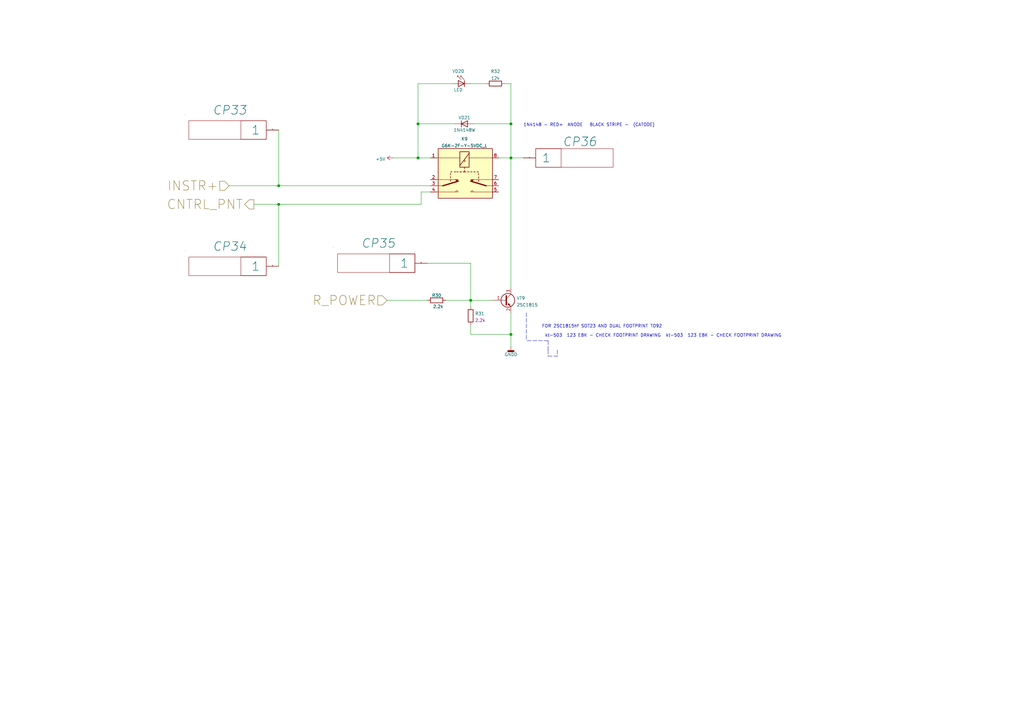
<source format=kicad_sch>
(kicad_sch (version 20210621) (generator eeschema)

  (uuid b1c3f166-4e03-4521-a05b-21af1db75cfa)

  (paper "A3")

  (lib_symbols
    (symbol "Diode:1N4148W" (pin_numbers hide) (pin_names (offset 1.016) hide) (in_bom yes) (on_board yes)
      (property "Reference" "D" (id 0) (at 0 2.54 0)
        (effects (font (size 1.27 1.27)))
      )
      (property "Value" "1N4148W" (id 1) (at 0 -2.54 0)
        (effects (font (size 1.27 1.27)))
      )
      (property "Footprint" "Diode_SMD:D_SOD-123" (id 2) (at 0 -4.445 0)
        (effects (font (size 1.27 1.27)) hide)
      )
      (property "Datasheet" "https://www.vishay.com/docs/85748/1n4148w.pdf" (id 3) (at 0 0 0)
        (effects (font (size 1.27 1.27)) hide)
      )
      (property "ki_keywords" "diode" (id 4) (at 0 0 0)
        (effects (font (size 1.27 1.27)) hide)
      )
      (property "ki_description" "75V 0.15A Fast Switching Diode, SOD-123" (id 5) (at 0 0 0)
        (effects (font (size 1.27 1.27)) hide)
      )
      (property "ki_fp_filters" "D*SOD?123*" (id 6) (at 0 0 0)
        (effects (font (size 1.27 1.27)) hide)
      )
      (symbol "1N4148W_0_1"
        (polyline
          (pts
            (xy -1.27 1.27)
            (xy -1.27 -1.27)
          )
          (stroke (width 0.254)) (fill (type none))
        )
        (polyline
          (pts
            (xy 1.27 0)
            (xy -1.27 0)
          )
          (stroke (width 0)) (fill (type none))
        )
        (polyline
          (pts
            (xy 1.27 1.27)
            (xy 1.27 -1.27)
            (xy -1.27 0)
            (xy 1.27 1.27)
          )
          (stroke (width 0.254)) (fill (type none))
        )
      )
      (symbol "1N4148W_1_1"
        (pin passive line (at -3.81 0 0) (length 2.54)
          (name "K" (effects (font (size 1.27 1.27))))
          (number "1" (effects (font (size 1.27 1.27))))
        )
        (pin passive line (at 3.81 0 180) (length 2.54)
          (name "A" (effects (font (size 1.27 1.27))))
          (number "2" (effects (font (size 1.27 1.27))))
        )
      )
    )
    (symbol "[LTM][Resistors][É1-12][0805][2012M][5]:R1-12-0,125-12kOhm-5%-M" (pin_numbers hide) (pin_names (offset 0) hide) (in_bom yes) (on_board yes)
      (property "Reference" "R" (id 0) (at 0 3.81 0)
        (effects (font (size 2.0066 2.0066) italic))
      )
      (property "Value" "R1-12-0,125-12kOhm-5%-M" (id 1) (at 1.27 82.55 0)
        (effects (font (size 2.54 2.54) italic) hide)
      )
      (property "Footprint" "[LTM][FP][Resistors]:[LTM][R][0805][2012M]" (id 2) (at 0 78.74 0)
        (effects (font (size 2.54 2.54) italic) hide)
      )
      (property "Datasheet" "LTM_DataSheet/Каталог_ОАО_НПО_ЭРКОН.pdf" (id 3) (at 0 74.93 0)
        (effects (font (size 2.54 2.54) italic) hide)
      )
      (property "ValueName" "12 к" (id 4) (at 0 -3.81 0)
        (effects (font (size 2.0066 2.0066) italic))
      )
      (property "ValueGroup" "Резисторы" (id 5) (at 0 71.12 0)
        (effects (font (size 2.54 2.54) italic) hide)
      )
      (property "ValueGOST" "Р1-12-0,125-12 кОм ±5%-М-\"А\"" (id 6) (at 0 67.31 0)
        (effects (font (size 2.54 2.54) italic) hide)
      )
      (property "ValueTU" "АЛЯР.434110.005 ТУ" (id 7) (at 0 63.5 0)
        (effects (font (size 2.54 2.54) italic) hide)
      )
      (property "ValueManufacturer" "ОАО НПО «ЭРКОН»" (id 8) (at 0 59.69 0)
        (effects (font (size 2.54 2.54) italic) hide)
      )
      (property "ValueTemp_1" "АЛЯР.434110.005 ТУ" (id 9) (at 0 55.88 0)
        (effects (font (size 2.54 2.54) italic) hide)
      )
      (property "ValueSupplier" "ОАО НПО «ЭРКОН»" (id 10) (at 0 52.07 0)
        (effects (font (size 2.54 2.54) italic) hide)
      )
      (property "ValueAnalog" "SMD-0805-0,125Вт-12кОм±5%" (id 11) (at 0 48.26 0)
        (effects (font (size 2.54 2.54) italic) hide)
      )
      (property "ValueTemperature" "от минус 60 ⁰C до + 155 ⁰C" (id 12) (at 0 44.45 0)
        (effects (font (size 2.54 2.54) italic) hide)
      )
      (property "ValueNote" "-" (id 13) (at 0 40.64 0)
        (effects (font (size 2.54 2.54) italic) hide)
      )
      (property "ValueTemp_2" "-" (id 14) (at 0 38.1 0)
        (effects (font (size 2.54 2.54) italic) hide)
      )
      (property "ValueTemp_3" "-" (id 15) (at 0 35.56 0)
        (effects (font (size 2.54 2.54) italic) hide)
      )
      (property "ValueTemp_4" "-" (id 16) (at 0 33.02 0)
        (effects (font (size 2.54 2.54) italic) hide)
      )
      (property "ValueTemp_5" "-" (id 17) (at 0 30.48 0)
        (effects (font (size 2.54 2.54) italic) hide)
      )
      (property "ValueR" "12000" (id 18) (at 0 27.94 0)
        (effects (font (size 2.54 2.54) italic) hide)
      )
      (property "ki_description" "Резистор керамический толстопленочный" (id 19) (at 0 0 0)
        (effects (font (size 1.27 1.27)) hide)
      )
      (property "ki_fp_filters" "[LTM][R]* R_*" (id 20) (at 0 0 0)
        (effects (font (size 1.27 1.27)) hide)
      )
      (symbol "R1-12-0,125-12kOhm-5%-M_0_1"
        (rectangle (start -5.08 1.905) (end 5.08 -1.905)
          (stroke (width 0)) (fill (type none))
        )
      )
      (symbol "R1-12-0,125-12kOhm-5%-M_1_1"
        (pin passive line (at -10.16 0 0) (length 5.08)
          (name "~" (effects (font (size 2.54 2.54))))
          (number "1" (effects (font (size 2.54 2.54))))
        )
        (pin passive line (at 10.16 0 180) (length 5.08)
          (name "~" (effects (font (size 2.54 2.54))))
          (number "2" (effects (font (size 2.54 2.54))))
        )
      )
    )
    (symbol "[LTM][Resistors][É1-12][0805][2012M][5]:R1-12-0,125-2,2kOhm-5%-M" (pin_numbers hide) (pin_names (offset 0) hide) (in_bom yes) (on_board yes)
      (property "Reference" "R" (id 0) (at 0 3.81 0)
        (effects (font (size 2.0066 2.0066) italic))
      )
      (property "Value" "R1-12-0,125-2,2kOhm-5%-M" (id 1) (at 1.27 82.55 0)
        (effects (font (size 2.54 2.54) italic) hide)
      )
      (property "Footprint" "[LTM][FP][Resistors]:[LTM][R][0805][2012M]" (id 2) (at 0 78.74 0)
        (effects (font (size 2.54 2.54) italic) hide)
      )
      (property "Datasheet" "LTM_DataSheet/Каталог_ОАО_НПО_ЭРКОН.pdf" (id 3) (at 0 74.93 0)
        (effects (font (size 2.54 2.54) italic) hide)
      )
      (property "ValueName" "2,2 к" (id 4) (at 0 -3.81 0)
        (effects (font (size 2.0066 2.0066) italic))
      )
      (property "ValueGroup" "Резисторы" (id 5) (at 0 71.12 0)
        (effects (font (size 2.54 2.54) italic) hide)
      )
      (property "ValueGOST" "Р1-12-0,125-2,2 кОм ±5%-М-\"А\"" (id 6) (at 0 67.31 0)
        (effects (font (size 2.54 2.54) italic) hide)
      )
      (property "ValueTU" "АЛЯР.434110.005 ТУ" (id 7) (at 0 63.5 0)
        (effects (font (size 2.54 2.54) italic) hide)
      )
      (property "ValueManufacturer" "ОАО НПО «ЭРКОН»" (id 8) (at 0 59.69 0)
        (effects (font (size 2.54 2.54) italic) hide)
      )
      (property "ValueTemp_1" "АЛЯР.434110.005 ТУ" (id 9) (at 0 55.88 0)
        (effects (font (size 2.54 2.54) italic) hide)
      )
      (property "ValueSupplier" "ОАО НПО «ЭРКОН»" (id 10) (at 0 52.07 0)
        (effects (font (size 2.54 2.54) italic) hide)
      )
      (property "ValueAnalog" "SMD-0805-0,125Вт-2,2кОм±5%" (id 11) (at 0 48.26 0)
        (effects (font (size 2.54 2.54) italic) hide)
      )
      (property "ValueTemperature" "от минус 60 ⁰C до + 155 ⁰C" (id 12) (at 0 44.45 0)
        (effects (font (size 2.54 2.54) italic) hide)
      )
      (property "ValueNote" "-" (id 13) (at 0 40.64 0)
        (effects (font (size 2.54 2.54) italic) hide)
      )
      (property "ValueTemp_2" "-" (id 14) (at 0 38.1 0)
        (effects (font (size 2.54 2.54) italic) hide)
      )
      (property "ValueTemp_3" "-" (id 15) (at 0 35.56 0)
        (effects (font (size 2.54 2.54) italic) hide)
      )
      (property "ValueTemp_4" "-" (id 16) (at 0 33.02 0)
        (effects (font (size 2.54 2.54) italic) hide)
      )
      (property "ValueTemp_5" "-" (id 17) (at 0 30.48 0)
        (effects (font (size 2.54 2.54) italic) hide)
      )
      (property "ValueR" "2200" (id 18) (at 0 27.94 0)
        (effects (font (size 2.54 2.54) italic) hide)
      )
      (property "ki_description" "Резистор керамический толстопленочный" (id 19) (at 0 0 0)
        (effects (font (size 1.27 1.27)) hide)
      )
      (property "ki_fp_filters" "[LTM][R]* R_*" (id 20) (at 0 0 0)
        (effects (font (size 1.27 1.27)) hide)
      )
      (symbol "R1-12-0,125-2,2kOhm-5%-M_0_1"
        (rectangle (start -5.08 1.905) (end 5.08 -1.905)
          (stroke (width 0)) (fill (type none))
        )
      )
      (symbol "R1-12-0,125-2,2kOhm-5%-M_1_1"
        (pin passive line (at -10.16 0 0) (length 5.08)
          (name "~" (effects (font (size 2.54 2.54))))
          (number "1" (effects (font (size 2.54 2.54))))
        )
        (pin passive line (at 10.16 0 180) (length 5.08)
          (name "~" (effects (font (size 2.54 2.54))))
          (number "2" (effects (font (size 2.54 2.54))))
        )
      )
    )
    (symbol "my_Library:12k" (pin_numbers hide) (pin_names (offset 0)) (in_bom yes) (on_board yes)
      (property "Reference" "R" (id 0) (at 0 2.032 0)
        (effects (font (size 1.27 1.27)))
      )
      (property "Value" "12k" (id 1) (at 0.635 -2.54 0)
        (effects (font (size 1.27 1.27)))
      )
      (property "Footprint" "my_Library_ftprint:R_0805_2012Metric" (id 2) (at 0 -1.778 0)
        (effects (font (size 1.27 1.27)) hide)
      )
      (property "Datasheet" "~" (id 3) (at 0 0 90)
        (effects (font (size 1.27 1.27)) hide)
      )
      (property "ki_keywords" "R res resistor" (id 4) (at 0 0 0)
        (effects (font (size 1.27 1.27)) hide)
      )
      (property "ki_description" "Resistor" (id 5) (at 0 0 0)
        (effects (font (size 1.27 1.27)) hide)
      )
      (property "ki_fp_filters" "R_*" (id 6) (at 0 0 0)
        (effects (font (size 1.27 1.27)) hide)
      )
      (symbol "12k_0_1"
        (rectangle (start 2.54 -1.016) (end -2.54 1.016)
          (stroke (width 0.254)) (fill (type none))
        )
      )
      (symbol "12k_1_1"
        (pin passive line (at -3.81 0 0) (length 1.27)
          (name "~" (effects (font (size 1.27 1.27))))
          (number "1" (effects (font (size 1.27 1.27))))
        )
        (pin passive line (at 3.81 0 180) (length 1.27)
          (name "~" (effects (font (size 1.27 1.27))))
          (number "2" (effects (font (size 1.27 1.27))))
        )
      )
    )
    (symbol "my_Library:1N4148W" (pin_numbers hide) (pin_names (offset 1.016) hide) (in_bom yes) (on_board yes)
      (property "Reference" "VD" (id 0) (at 0 2.54 0)
        (effects (font (size 1.27 1.27)))
      )
      (property "Value" "1N4148W" (id 1) (at 0 -2.54 0)
        (effects (font (size 1.27 1.27)))
      )
      (property "Footprint" "my_Library_ftprint:D_SOD-123" (id 2) (at 0 -4.445 0)
        (effects (font (size 1.27 1.27)) hide)
      )
      (property "Datasheet" "https://assets.nexperia.com/documents/data-sheet/1N4148_1N4448.pdf" (id 3) (at 0 0 0)
        (effects (font (size 1.27 1.27)) hide)
      )
      (property "ki_keywords" "diode" (id 4) (at 0 0 0)
        (effects (font (size 1.27 1.27)) hide)
      )
      (property "ki_description" "100V 0.15A standard switching diode, DO-35" (id 5) (at 0 0 0)
        (effects (font (size 1.27 1.27)) hide)
      )
      (property "ki_fp_filters" "D*DO?35*" (id 6) (at 0 0 0)
        (effects (font (size 1.27 1.27)) hide)
      )
      (symbol "1N4148W_0_1"
        (polyline
          (pts
            (xy -1.27 1.27)
            (xy -1.27 -1.27)
          )
          (stroke (width 0.254)) (fill (type none))
        )
        (polyline
          (pts
            (xy 1.27 0)
            (xy -1.27 0)
          )
          (stroke (width 0)) (fill (type none))
        )
        (polyline
          (pts
            (xy 1.27 1.27)
            (xy 1.27 -1.27)
            (xy -1.27 0)
            (xy 1.27 1.27)
          )
          (stroke (width 0.254)) (fill (type none))
        )
      )
      (symbol "1N4148W_1_1"
        (pin passive line (at -3.81 0 0) (length 2.54)
          (name "K" (effects (font (size 1.27 1.27))))
          (number "1" (effects (font (size 1.27 1.27))))
        )
        (pin passive line (at 3.81 0 180) (length 2.54)
          (name "A" (effects (font (size 1.27 1.27))))
          (number "2" (effects (font (size 1.27 1.27))))
        )
      )
    )
    (symbol "my_Library:2.2k" (pin_numbers hide) (pin_names (offset 0)) (in_bom yes) (on_board yes)
      (property "Reference" "R" (id 0) (at 0 2.032 0)
        (effects (font (size 1.27 1.27)))
      )
      (property "Value" "2.2k" (id 1) (at 0.635 -2.54 0)
        (effects (font (size 1.27 1.27)))
      )
      (property "Footprint" "my_Library_ftprint:R_0805_2012Metric" (id 2) (at 0 -1.778 0)
        (effects (font (size 1.27 1.27)) hide)
      )
      (property "Datasheet" "~" (id 3) (at 0 0 90)
        (effects (font (size 1.27 1.27)) hide)
      )
      (property "ki_keywords" "R res resistor" (id 4) (at 0 0 0)
        (effects (font (size 1.27 1.27)) hide)
      )
      (property "ki_description" "Resistor" (id 5) (at 0 0 0)
        (effects (font (size 1.27 1.27)) hide)
      )
      (property "ki_fp_filters" "R_*" (id 6) (at 0 0 0)
        (effects (font (size 1.27 1.27)) hide)
      )
      (symbol "2.2k_0_1"
        (rectangle (start 2.54 -1.016) (end -2.54 1.016)
          (stroke (width 0.254)) (fill (type none))
        )
      )
      (symbol "2.2k_1_1"
        (pin passive line (at -3.81 0 0) (length 1.27)
          (name "~" (effects (font (size 1.27 1.27))))
          (number "1" (effects (font (size 1.27 1.27))))
        )
        (pin passive line (at 3.81 0 180) (length 1.27)
          (name "~" (effects (font (size 1.27 1.27))))
          (number "2" (effects (font (size 1.27 1.27))))
        )
      )
    )
    (symbol "my_Library:2.2kvert" (pin_numbers hide) (pin_names (offset 0)) (in_bom yes) (on_board yes)
      (property "Reference" "R" (id 0) (at 3.175 1.905 0)
        (effects (font (size 1.27 1.27)))
      )
      (property "Value" "2.2kvert" (id 1) (at -7.62 0 0)
        (effects (font (size 1.27 1.27)) hide)
      )
      (property "Footprint" "my_Library_ftprint:R_0805_2012Metric" (id 2) (at -1.778 0 90)
        (effects (font (size 1.27 1.27)) hide)
      )
      (property "Datasheet" "~" (id 3) (at 0 0 0)
        (effects (font (size 1.27 1.27)) hide)
      )
      (property "volume" "2.2k" (id 4) (at 3.81 -1.27 0)
        (effects (font (size 1.27 1.27)))
      )
      (property "Field5" "" (id 5) (at 0 0 0)
        (effects (font (size 1.27 1.27)))
      )
      (property "ki_keywords" "R res resistor" (id 6) (at 0 0 0)
        (effects (font (size 1.27 1.27)) hide)
      )
      (property "ki_description" "Resistor" (id 7) (at 0 0 0)
        (effects (font (size 1.27 1.27)) hide)
      )
      (property "ki_fp_filters" "R_*" (id 8) (at 0 0 0)
        (effects (font (size 1.27 1.27)) hide)
      )
      (symbol "2.2kvert_0_1"
        (rectangle (start -1.016 -2.54) (end 1.016 2.54)
          (stroke (width 0.254)) (fill (type none))
        )
      )
      (symbol "2.2kvert_1_1"
        (pin passive line (at 0 3.81 270) (length 1.27)
          (name "~" (effects (font (size 1.27 1.27))))
          (number "1" (effects (font (size 1.27 1.27))))
        )
        (pin passive line (at 0 -3.81 90) (length 1.27)
          (name "~" (effects (font (size 1.27 1.27))))
          (number "2" (effects (font (size 1.27 1.27))))
        )
      )
    )
    (symbol "my_Library:2SC1815" (pin_names (offset 0) hide) (in_bom yes) (on_board yes)
      (property "Reference" "VT" (id 0) (at 5.08 1.905 0)
        (effects (font (size 1.27 1.27)) (justify left))
      )
      (property "Value" "2SC1815" (id 1) (at 5.08 0 0)
        (effects (font (size 1.27 1.27)) (justify left))
      )
      (property "Footprint" "my_Library_ftprint:SOT-23_MY_C_E_Silk" (id 2) (at 5.08 -1.905 0)
        (effects (font (size 1.27 1.27) italic) (justify left) hide)
      )
      (property "Datasheet" "https://media.digikey.com/pdf/Data%20Sheets/Toshiba%20PDFs/2SC1815.pdf" (id 3) (at 0 0 0)
        (effects (font (size 1.27 1.27)) (justify left) hide)
      )
      (property "ki_keywords" "Low Noise Audio NPN Transistor" (id 4) (at 0 0 0)
        (effects (font (size 1.27 1.27)) hide)
      )
      (property "ki_description" "0.15A Ic, 50V Vce, Low Noise Audio NPN Transistor, TO-92" (id 5) (at 0 0 0)
        (effects (font (size 1.27 1.27)) hide)
      )
      (property "ki_fp_filters" "TO?92*" (id 6) (at 0 0 0)
        (effects (font (size 1.27 1.27)) hide)
      )
      (symbol "2SC1815_0_1"
        (circle (center 1.27 0) (radius 2.8194) (stroke (width 0.254)) (fill (type none)))
        (polyline
          (pts
            (xy 0 0)
            (xy 0.508 0)
          )
          (stroke (width 0)) (fill (type none))
        )
        (polyline
          (pts
            (xy 0.635 0.635)
            (xy 2.54 2.54)
          )
          (stroke (width 0)) (fill (type none))
        )
        (polyline
          (pts
            (xy 0.635 -0.635)
            (xy 2.54 -2.54)
            (xy 2.54 -2.54)
          )
          (stroke (width 0)) (fill (type none))
        )
        (polyline
          (pts
            (xy 0.635 1.905)
            (xy 0.635 -1.905)
            (xy 0.635 -1.905)
          )
          (stroke (width 0.508)) (fill (type none))
        )
        (polyline
          (pts
            (xy 1.27 -1.778)
            (xy 1.778 -1.27)
            (xy 2.286 -2.286)
            (xy 1.27 -1.778)
            (xy 1.27 -1.778)
          )
          (stroke (width 0)) (fill (type outline))
        )
      )
      (symbol "2SC1815_1_1"
        (pin input line (at -5.08 0 0) (length 5.08)
          (name "B" (effects (font (size 1.27 1.27))))
          (number "1" (effects (font (size 1.27 1.27))))
        )
        (pin passive line (at 2.54 -5.08 90) (length 2.54)
          (name "E" (effects (font (size 1.27 1.27))))
          (number "2" (effects (font (size 1.27 1.27))))
        )
        (pin passive line (at 2.54 5.08 270) (length 2.54)
          (name "C" (effects (font (size 1.27 1.27))))
          (number "3" (effects (font (size 1.27 1.27))))
        )
      )
    )
    (symbol "my_Library:2SC1815_SOT_23" (pin_names (offset 0) hide) (in_bom yes) (on_board yes)
      (property "Reference" "Q" (id 0) (at 5.08 1.905 0)
        (effects (font (size 1.27 1.27)) (justify left))
      )
      (property "Value" "2SC1815_SOT_23" (id 1) (at 5.08 0 0)
        (effects (font (size 1.27 1.27)) (justify left))
      )
      (property "Footprint" "Package_TO_SOT_SMD:SOT-23" (id 2) (at 5.08 -1.905 0)
        (effects (font (size 1.27 1.27) italic) (justify left) hide)
      )
      (property "Datasheet" "https://media.digikey.com/pdf/Data%20Sheets/Toshiba%20PDFs/2SC1815.pdf" (id 3) (at 0 0 0)
        (effects (font (size 1.27 1.27)) (justify left) hide)
      )
      (property "ki_keywords" "Low Noise Audio NPN Transistor" (id 4) (at 0 0 0)
        (effects (font (size 1.27 1.27)) hide)
      )
      (property "ki_description" "0.15A Ic, 50V Vce, Low Noise Audio NPN Transistor, TO-92/SOT23" (id 5) (at 0 0 0)
        (effects (font (size 1.27 1.27)) hide)
      )
      (property "ki_fp_filters" "TO?92*" (id 6) (at 0 0 0)
        (effects (font (size 1.27 1.27)) hide)
      )
      (symbol "2SC1815_SOT_23_0_1"
        (circle (center 1.27 0) (radius 2.8194) (stroke (width 0.254)) (fill (type none)))
        (polyline
          (pts
            (xy 0 0)
            (xy 0.508 0)
          )
          (stroke (width 0)) (fill (type none))
        )
        (polyline
          (pts
            (xy 0.635 0.635)
            (xy 2.54 2.54)
          )
          (stroke (width 0)) (fill (type none))
        )
        (polyline
          (pts
            (xy 0.635 -0.635)
            (xy 2.54 -2.54)
            (xy 2.54 -2.54)
          )
          (stroke (width 0)) (fill (type none))
        )
        (polyline
          (pts
            (xy 0.635 1.905)
            (xy 0.635 -1.905)
            (xy 0.635 -1.905)
          )
          (stroke (width 0.508)) (fill (type none))
        )
        (polyline
          (pts
            (xy 1.27 -1.778)
            (xy 1.778 -1.27)
            (xy 2.286 -2.286)
            (xy 1.27 -1.778)
            (xy 1.27 -1.778)
          )
          (stroke (width 0)) (fill (type outline))
        )
      )
      (symbol "2SC1815_SOT_23_1_1"
        (pin input line (at -5.08 0 0) (length 5.08)
          (name "1" (effects (font (size 1.27 1.27))))
          (number "1" (effects (font (size 1.27 1.27))))
        )
        (pin passive line (at 2.54 -5.08 90) (length 2.54)
          (name "E" (effects (font (size 1.27 1.27))))
          (number "2" (effects (font (size 1.27 1.27))))
        )
        (pin passive line (at 2.54 5.08 270) (length 2.54)
          (name "C" (effects (font (size 1.27 1.27))))
          (number "3" (effects (font (size 1.27 1.27))))
        )
      )
    )
    (symbol "my_Library:CP" (pin_numbers hide) (pin_names (offset 0) hide) (in_bom yes) (on_board yes)
      (property "Reference" "CP?" (id 0) (at -16.51 5.08 0)
        (effects (font (size 2.0066 2.0066) italic))
      )
      (property "Value" "CP" (id 1) (at -101.6 0 0)
        (effects (font (size 2.0066 2.0066) italic) hide)
      )
      (property "Footprint" "[LTM][FP][Connectors][SNP346]:[LTM][X][1x01][P2.54mm][V][PH]" (id 2) (at -101.6 -2.54 0)
        (effects (font (size 2.0066 2.0066) italic) hide)
      )
      (property "Datasheet" "C:/Program Files/KiCad/share/LTM_DataSheet/Каталог_АО_Электродеталь.pdf" (id 3) (at -101.6 -5.08 0)
        (effects (font (size 2.0066 2.0066) italic) hide)
      )
      (property "ValueName" "Вилка СНП346-1ВП22-1" (id 4) (at -17.5895 13.097 0)
        (effects (font (size 2.0066 2.0066) italic) hide)
      )
      (property "ValueGroup" "Соединители" (id 5) (at -101.6 -7.62 0)
        (effects (font (size 2.0066 2.0066) italic) hide)
      )
      (property "ValueGOST" "Вилка СНП346-1ВП22-1" (id 6) (at -101.6 -10.16 0)
        (effects (font (size 2.0066 2.0066) italic) hide)
      )
      (property "ValueTU" "РЮМК.430420.011ТУ" (id 7) (at -101.6 -12.7 0)
        (effects (font (size 2.0066 2.0066) italic) hide)
      )
      (property "ValueManufacturer" "ф. АО «Электродеталь»" (id 8) (at -101.6 -15.24 0)
        (effects (font (size 2.0066 2.0066) italic) hide)
      )
      (property "ValueTemp_1" "РЮМК.430420.011ТУ" (id 9) (at -101.6 -17.78 0)
        (effects (font (size 2.0066 2.0066) italic) hide)
      )
      (property "ValueSupplier" "ф. АО «Электродеталь»" (id 10) (at -101.6 -20.32 0)
        (effects (font (size 2.0066 2.0066) italic) hide)
      )
      (property "ValueAnalog" "PLS-1" (id 11) (at -101.6 -22.86 0)
        (effects (font (size 2.0066 2.0066) italic) hide)
      )
      (property "ValueTemperature" "от минус 60 ⁰C до + 85 ⁰C" (id 12) (at -101.6 -25.4 0)
        (effects (font (size 2.0066 2.0066) italic) hide)
      )
      (property "ValueNote" "-" (id 13) (at -101.6 -27.94 0)
        (effects (font (size 2.0066 2.0066) italic) hide)
      )
      (property "ValueTemp_2" "-" (id 14) (at -101.6 -30.48 0)
        (effects (font (size 2.0066 2.0066) italic) hide)
      )
      (property "ValueTemp_3" "-" (id 15) (at -101.6 -33.02 0)
        (effects (font (size 2.0066 2.0066) italic) hide)
      )
      (property "ValueTemp_4" "-" (id 16) (at -101.6 -35.56 0)
        (effects (font (size 2.0066 2.0066) italic) hide)
      )
      (property "ValueTemp_5" "-" (id 17) (at -101.6 -38.1 0)
        (effects (font (size 2.0066 2.0066) italic) hide)
      )
      (property "PIN1" "1" (id 18) (at -17.5895 8.86 0)
        (effects (font (size 2.0066 2.0066) italic) hide)
      )
      (property "ki_keywords" "СНП346, PLS" (id 19) (at 0 0 0)
        (effects (font (size 1.27 1.27)) hide)
      )
      (property "ki_description" "Вилка на плату прямая однорядная, шаг = 2,54 мм" (id 20) (at 0 0 0)
        (effects (font (size 1.27 1.27)) hide)
      )
      (property "ki_fp_filters" "*[LTM][FP][Connectors][SNP346]:[LTM][X]*" (id 21) (at 0 0 0)
        (effects (font (size 1.27 1.27)) hide)
      )
      (symbol "CP_0_0"
        (rectangle (start -35.56 2.54) (end -5.08 -2.54)
          (stroke (width 0)) (fill (type none))
        )
        (polyline
          (pts
            (xy -35.56 2.54)
            (xy -5.08 2.54)
          )
          (stroke (width 0)) (fill (type none))
        )
        (polyline
          (pts
            (xy -15.24 2.54)
            (xy -15.24 -2.54)
          )
          (stroke (width 0)) (fill (type none))
        )
      )
      (symbol "CP_1_1"
        (text "1" (at -10.414 0 0)
          (effects (font (size 2.0066 2.0066) italic))
        )
        (pin passive line (at 0 0 180) (length 5.08)
          (name "1" (effects (font (size 2.0066 2.0066))))
          (number "1" (effects (font (size 2.0066 2.0066))))
        )
      )
    )
    (symbol "my_Library:CP_L" (pin_names (offset 2.54)) (in_bom yes) (on_board yes)
      (property "Reference" "CP" (id 0) (at -21.336 7.874 0)
        (effects (font (size 3.556 3.556) italic))
      )
      (property "Value" "CP_L" (id 1) (at -101.6 0 0)
        (effects (font (size 2.0066 2.0066) italic) hide)
      )
      (property "Footprint" "my_Library_ftprint:PinHeader_1x01_P2.54mm_Vertical" (id 2) (at -101.6 -2.54 0)
        (effects (font (size 2.0066 2.0066) italic) hide)
      )
      (property "Datasheet" "" (id 3) (at -101.6 -5.08 0)
        (effects (font (size 2.0066 2.0066) italic) hide)
      )
      (property "ValueName" "ВИЛКА НА ПЛАТУ 2.5 ММ ШАГ" (id 4) (at -21.336 -23.622 0)
        (effects (font (size 2.0066 2.0066) italic) hide)
      )
      (property "ValueGroup" "Соединители" (id 5) (at -101.6 -7.62 0)
        (effects (font (size 2.0066 2.0066) italic) hide)
      )
      (property "ValueGOST" "розетка СНП346-5PП21-1" (id 6) (at -101.6 -10.16 0)
        (effects (font (size 2.0066 2.0066) italic) hide)
      )
      (property "ValueTU" "РЮМК.430420.011ТУ" (id 7) (at -101.6 -12.7 0)
        (effects (font (size 2.0066 2.0066) italic) hide)
      )
      (property "ValueManufacturer" "ф. АО «Электродеталь»" (id 8) (at -101.6 -15.24 0)
        (effects (font (size 2.0066 2.0066) italic) hide)
      )
      (property "ValueTemp_1" "РЮМК.430420.011ТУ" (id 9) (at -101.6 -17.78 0)
        (effects (font (size 2.0066 2.0066) italic) hide)
      )
      (property "ValueSupplier" "ф. АО «Электродеталь»" (id 10) (at -101.6 -20.32 0)
        (effects (font (size 2.0066 2.0066) italic) hide)
      )
      (property "ValueAnalog" "PLD-10 DS-1021" (id 11) (at -101.6 -22.86 0)
        (effects (font (size 2.0066 2.0066) italic) hide)
      )
      (property "ValueTemperature" "от минус 60 ⁰C до + 85 ⁰C" (id 12) (at -101.6 -25.4 0)
        (effects (font (size 2.0066 2.0066) italic) hide)
      )
      (property "ValueNote" "-" (id 13) (at -101.6 -27.94 0)
        (effects (font (size 2.0066 2.0066) italic) hide)
      )
      (property "ValueTemp_2" "-" (id 14) (at -101.6 -30.48 0)
        (effects (font (size 2.0066 2.0066) italic) hide)
      )
      (property "ValueTemp_3" "-" (id 15) (at -101.6 -33.02 0)
        (effects (font (size 2.0066 2.0066) italic) hide)
      )
      (property "ValueTemp_4" "-" (id 16) (at -101.6 -35.56 0)
        (effects (font (size 2.0066 2.0066) italic) hide)
      )
      (property "ValueTemp_5" "-" (id 17) (at -101.6 -38.1 0)
        (effects (font (size 2.0066 2.0066) italic) hide)
      )
      (property "PIN1" "  " (id 18) (at -12.6362 37.9594 0)
        (effects (font (size 2.0066 2.0066) italic))
      )
      (property "PIN2" "   " (id 19) (at -12.6362 33.7224 0)
        (effects (font (size 2.0066 2.0066) italic))
      )
      (property "PIN3" " " (id 20) (at -12.6362 29.4854 0)
        (effects (font (size 2.0066 2.0066) italic))
      )
      (property "PIN4" "  " (id 21) (at -12.6362 25.2484 0)
        (effects (font (size 2.0066 2.0066) italic))
      )
      (property "PIN5" " " (id 22) (at -12.6362 21.0114 0)
        (effects (font (size 2.0066 2.0066) italic))
      )
      (property "ki_fp_filters" "[LTM][FP][Connectors][SNP346]:[LTM][X]*" (id 23) (at 0 0 0)
        (effects (font (size 1.27 1.27)) hide)
      )
      (symbol "CP_L_0_0"
        (pin passive line (at 0 0 180) (length 5.08)
          (name "1" (effects (font (size 3.556 3.556))))
          (number "1" (effects (font (size 0.0254 0.0254))))
        )
      )
      (symbol "CP_L_1_1"
        (text " " (at 9.906 -12.7 0)
          (effects (font (size 2.0066 2.0066) italic))
        )
        (text " " (at 9.906 -7.62 0)
          (effects (font (size 2.0066 2.0066) italic))
        )
        (text " " (at 9.906 -2.54 0)
          (effects (font (size 2.0066 2.0066) italic))
        )
        (text " " (at 9.906 2.54 0)
          (effects (font (size 2.0066 2.0066) italic))
        )
        (text " " (at 9.906 17.78 0)
          (effects (font (size 2.0066 2.0066) italic))
        )
        (text " " (at 12.446 -34.29 0)
          (effects (font (size 2.0066 2.0066) italic))
        )
        (text " " (at 12.446 -29.21 0)
          (effects (font (size 2.0066 2.0066) italic))
        )
        (text " " (at 12.446 -24.13 0)
          (effects (font (size 2.0066 2.0066) italic))
        )
        (rectangle (start -38.608 6.35) (end -38.608 6.35)
          (stroke (width 0)) (fill (type none))
        )
        (rectangle (start -36.83 3.81) (end -5.08 -3.81)
          (stroke (width 0)) (fill (type none))
        )
        (rectangle (start -15.494 3.81) (end -5.08 -3.81)
          (stroke (width 0)) (fill (type none))
        )
      )
    )
    (symbol "my_Library:CP_R" (pin_names (offset 2.54)) (in_bom yes) (on_board yes)
      (property "Reference" "CP" (id 0) (at -21.336 7.874 0)
        (effects (font (size 3.556 3.556) italic))
      )
      (property "Value" "CP_R" (id 1) (at -101.6 0 0)
        (effects (font (size 2.0066 2.0066) italic) hide)
      )
      (property "Footprint" "my_Library_ftprint:PinHeader_1x01_P2.54mm_Vertical" (id 2) (at -101.6 -2.54 0)
        (effects (font (size 2.0066 2.0066) italic) hide)
      )
      (property "Datasheet" "" (id 3) (at -101.6 -5.08 0)
        (effects (font (size 2.0066 2.0066) italic) hide)
      )
      (property "ValueName" "ВИЛКА НА ПЛАТУ 2.5 ММ ШАГ" (id 4) (at -21.336 -23.622 0)
        (effects (font (size 2.0066 2.0066) italic) hide)
      )
      (property "ValueGroup" "Соединители" (id 5) (at -101.6 -7.62 0)
        (effects (font (size 2.0066 2.0066) italic) hide)
      )
      (property "ValueGOST" "розетка СНП346-5PП21-1" (id 6) (at -101.6 -10.16 0)
        (effects (font (size 2.0066 2.0066) italic) hide)
      )
      (property "ValueTU" "РЮМК.430420.011ТУ" (id 7) (at -101.6 -12.7 0)
        (effects (font (size 2.0066 2.0066) italic) hide)
      )
      (property "ValueManufacturer" "ф. АО «Электродеталь»" (id 8) (at -101.6 -15.24 0)
        (effects (font (size 2.0066 2.0066) italic) hide)
      )
      (property "ValueTemp_1" "РЮМК.430420.011ТУ" (id 9) (at -101.6 -17.78 0)
        (effects (font (size 2.0066 2.0066) italic) hide)
      )
      (property "ValueSupplier" "ф. АО «Электродеталь»" (id 10) (at -101.6 -20.32 0)
        (effects (font (size 2.0066 2.0066) italic) hide)
      )
      (property "ValueAnalog" "PLD-10 DS-1021" (id 11) (at -101.6 -22.86 0)
        (effects (font (size 2.0066 2.0066) italic) hide)
      )
      (property "ValueTemperature" "от минус 60 ⁰C до + 85 ⁰C" (id 12) (at -101.6 -25.4 0)
        (effects (font (size 2.0066 2.0066) italic) hide)
      )
      (property "ValueNote" "-" (id 13) (at -101.6 -27.94 0)
        (effects (font (size 2.0066 2.0066) italic) hide)
      )
      (property "ValueTemp_2" "-" (id 14) (at -101.6 -30.48 0)
        (effects (font (size 2.0066 2.0066) italic) hide)
      )
      (property "ValueTemp_3" "-" (id 15) (at -101.6 -33.02 0)
        (effects (font (size 2.0066 2.0066) italic) hide)
      )
      (property "ValueTemp_4" "-" (id 16) (at -101.6 -35.56 0)
        (effects (font (size 2.0066 2.0066) italic) hide)
      )
      (property "ValueTemp_5" "-" (id 17) (at -101.6 -38.1 0)
        (effects (font (size 2.0066 2.0066) italic) hide)
      )
      (property "PIN1" "  " (id 18) (at -12.6362 37.9594 0)
        (effects (font (size 2.0066 2.0066) italic))
      )
      (property "PIN2" "   " (id 19) (at -12.6362 33.7224 0)
        (effects (font (size 2.0066 2.0066) italic))
      )
      (property "PIN3" " " (id 20) (at -12.6362 29.4854 0)
        (effects (font (size 2.0066 2.0066) italic))
      )
      (property "PIN4" "  " (id 21) (at -12.6362 25.2484 0)
        (effects (font (size 2.0066 2.0066) italic))
      )
      (property "PIN5" " " (id 22) (at -12.6362 21.0114 0)
        (effects (font (size 2.0066 2.0066) italic))
      )
      (property "ki_fp_filters" "[LTM][FP][Connectors][SNP346]:[LTM][X]*" (id 23) (at 0 0 0)
        (effects (font (size 1.27 1.27)) hide)
      )
      (symbol "CP_R_0_0"
        (pin passive line (at 0 0 180) (length 5.08)
          (name "1" (effects (font (size 3.556 3.556))))
          (number "1" (effects (font (size 0.0254 0.0254))))
        )
      )
      (symbol "CP_R_1_1"
        (text " " (at 9.906 -12.7 0)
          (effects (font (size 2.0066 2.0066) italic))
        )
        (text " " (at 9.906 -7.62 0)
          (effects (font (size 2.0066 2.0066) italic))
        )
        (text " " (at 9.906 -2.54 0)
          (effects (font (size 2.0066 2.0066) italic))
        )
        (text " " (at 9.906 2.54 0)
          (effects (font (size 2.0066 2.0066) italic))
        )
        (text " " (at 9.906 17.78 0)
          (effects (font (size 2.0066 2.0066) italic))
        )
        (text " " (at 12.446 -34.29 0)
          (effects (font (size 2.0066 2.0066) italic))
        )
        (text " " (at 12.446 -29.21 0)
          (effects (font (size 2.0066 2.0066) italic))
        )
        (text " " (at 12.446 -24.13 0)
          (effects (font (size 2.0066 2.0066) italic))
        )
        (rectangle (start -38.608 6.35) (end -38.608 6.35)
          (stroke (width 0)) (fill (type none))
        )
        (rectangle (start -36.83 3.81) (end -5.08 -3.81)
          (stroke (width 0)) (fill (type none))
        )
        (rectangle (start -15.494 3.81) (end -5.08 -3.81)
          (stroke (width 0)) (fill (type none))
        )
      )
    )
    (symbol "my_Library:G6K-2F-Y" (in_bom yes) (on_board yes)
      (property "Reference" "K" (id 0) (at 13.97 9.525 0)
        (effects (font (size 1.27 1.27)))
      )
      (property "Value" "G6K-2F-Y" (id 1) (at 14.605 -15.875 0)
        (effects (font (size 1.27 1.27)))
      )
      (property "Footprint" "Relay_SMD:Relay_DPDT_Omron_G6K-2F-Y" (id 2) (at -4.445 -19.685 0)
        (effects (font (size 1.27 1.27)) (justify left))
      )
      (property "Datasheet" "http://omronfs.omron.com/en_US/ecb/products/pdf/en-g6k.pdf" (id 3) (at 10.16 -34.925 0)
        (effects (font (size 1.27 1.27)) hide)
      )
      (property "ki_keywords" "Miniature Relay Dual Pole DPDT Omron" (id 4) (at 0 0 0)
        (effects (font (size 1.27 1.27)) hide)
      )
      (property "ki_description" "Miniature 2-pole relay, Single-side Stable" (id 5) (at 0 0 0)
        (effects (font (size 1.27 1.27)) hide)
      )
      (property "ki_fp_filters" "Relay*DPDT*Omron*G6K?2*" (id 6) (at 0 0 0)
        (effects (font (size 1.27 1.27)) hide)
      )
      (symbol "G6K-2F-Y_0_0"
        (text "+" (at 4.699 -0.889 900)
          (effects (font (size 1.27 1.27)))
        )
      )
      (symbol "G6K-2F-Y_0_1"
        (rectangle (start 13.335 3.175) (end 17.145 -3.175)
          (stroke (width 0.254)) (fill (type none))
        )
        (rectangle (start 2.54 4.445) (end 27.305 -13.97)
          (stroke (width 0.254)) (fill (type background))
        )
        (polyline
          (pts
            (xy 2.54 -12.7)
            (xy 9.525 -12.7)
          )
          (stroke (width 0.1524)) (fill (type none))
        )
        (polyline
          (pts
            (xy 2.54 0)
            (xy 5.715 0)
          )
          (stroke (width 0)) (fill (type none))
        )
        (polyline
          (pts
            (xy 5.08 -8.89)
            (xy 2.54 -8.89)
          )
          (stroke (width 0)) (fill (type none))
        )
        (polyline
          (pts
            (xy 5.08 -8.89)
            (xy 11.43 -5.715)
          )
          (stroke (width 0.508)) (fill (type none))
        )
        (polyline
          (pts
            (xy 5.715 0)
            (xy 8.89 0)
          )
          (stroke (width 0.1524)) (fill (type none))
        )
        (polyline
          (pts
            (xy 8.255 -6.985)
            (xy 8.255 -7.62)
          )
          (stroke (width 0.254)) (fill (type none))
        )
        (polyline
          (pts
            (xy 8.255 -5.715)
            (xy 8.255 -6.35)
          )
          (stroke (width 0.254)) (fill (type none))
        )
        (polyline
          (pts
            (xy 8.255 -4.445)
            (xy 8.255 -5.08)
          )
          (stroke (width 0.254)) (fill (type none))
        )
        (polyline
          (pts
            (xy 8.255 -4.445)
            (xy 8.89 -4.445)
          )
          (stroke (width 0.254)) (fill (type none))
        )
        (polyline
          (pts
            (xy 8.89 0)
            (xy 13.335 0)
          )
          (stroke (width 0.1524)) (fill (type none))
        )
        (polyline
          (pts
            (xy 9.525 -5.08)
            (xy 2.54 -5.08)
          )
          (stroke (width 0.1524)) (fill (type none))
        )
        (polyline
          (pts
            (xy 9.525 -4.445)
            (xy 10.16 -4.445)
          )
          (stroke (width 0.254)) (fill (type none))
        )
        (polyline
          (pts
            (xy 10.795 -4.445)
            (xy 11.43 -4.445)
          )
          (stroke (width 0.254)) (fill (type none))
        )
        (polyline
          (pts
            (xy 12.065 -4.445)
            (xy 12.7 -4.445)
          )
          (stroke (width 0.254)) (fill (type none))
        )
        (polyline
          (pts
            (xy 13.335 -4.445)
            (xy 13.97 -4.445)
          )
          (stroke (width 0.254)) (fill (type none))
        )
        (polyline
          (pts
            (xy 14.605 -4.445)
            (xy 15.24 -4.445)
          )
          (stroke (width 0.254)) (fill (type none))
        )
        (polyline
          (pts
            (xy 15.24 -3.175)
            (xy 15.24 -3.81)
          )
          (stroke (width 0.254)) (fill (type none))
        )
        (polyline
          (pts
            (xy 15.875 -4.445)
            (xy 16.51 -4.445)
          )
          (stroke (width 0.254)) (fill (type none))
        )
        (polyline
          (pts
            (xy 17.145 -4.445)
            (xy 17.78 -4.445)
          )
          (stroke (width 0.254)) (fill (type none))
        )
        (polyline
          (pts
            (xy 17.145 2.54)
            (xy 13.335 -2.54)
          )
          (stroke (width 0.254)) (fill (type none))
        )
        (polyline
          (pts
            (xy 18.415 -4.445)
            (xy 19.05 -4.445)
          )
          (stroke (width 0.254)) (fill (type none))
        )
        (polyline
          (pts
            (xy 19.685 -4.445)
            (xy 20.32 -4.445)
          )
          (stroke (width 0.254)) (fill (type none))
        )
        (polyline
          (pts
            (xy 20.32 -12.7)
            (xy 27.94 -12.7)
          )
          (stroke (width 0.1524)) (fill (type none))
        )
        (polyline
          (pts
            (xy 20.32 -5.08)
            (xy 27.94 -5.08)
          )
          (stroke (width 0.1524)) (fill (type none))
        )
        (polyline
          (pts
            (xy 20.32 0)
            (xy 17.145 0)
          )
          (stroke (width 0.1524)) (fill (type none))
        )
        (polyline
          (pts
            (xy 20.955 -4.445)
            (xy 21.59 -4.445)
          )
          (stroke (width 0.254)) (fill (type none))
        )
        (polyline
          (pts
            (xy 21.59 -6.985)
            (xy 21.59 -7.62)
          )
          (stroke (width 0.254)) (fill (type none))
        )
        (polyline
          (pts
            (xy 21.59 -5.715)
            (xy 21.59 -6.35)
          )
          (stroke (width 0.254)) (fill (type none))
        )
        (polyline
          (pts
            (xy 21.59 -4.445)
            (xy 21.59 -5.08)
          )
          (stroke (width 0.254)) (fill (type none))
        )
        (polyline
          (pts
            (xy 21.59 -4.445)
            (xy 21.59 -5.08)
          )
          (stroke (width 0.254)) (fill (type none))
        )
        (polyline
          (pts
            (xy 23.495 0)
            (xy 20.32 0)
          )
          (stroke (width 0)) (fill (type none))
        )
        (polyline
          (pts
            (xy 25.4 -8.89)
            (xy 18.415 -5.715)
          )
          (stroke (width 0.508)) (fill (type none))
        )
        (polyline
          (pts
            (xy 25.4 -8.89)
            (xy 27.94 -8.89)
          )
          (stroke (width 0)) (fill (type none))
        )
        (polyline
          (pts
            (xy 27.94 0)
            (xy 23.495 0)
          )
          (stroke (width 0.1524)) (fill (type none))
        )
        (polyline
          (pts
            (xy 8.89 -12.7)
            (xy 11.43 -12.7)
            (xy 10.795 -12.065)
            (xy 10.16 -12.7)
          )
          (stroke (width 0)) (fill (type none))
        )
        (polyline
          (pts
            (xy 20.32 -12.7)
            (xy 17.78 -12.7)
            (xy 18.415 -12.065)
            (xy 19.05 -12.7)
          )
          (stroke (width 0)) (fill (type none))
        )
        (polyline
          (pts
            (xy 9.525 -5.08)
            (xy 12.065 -5.08)
            (xy 11.43 -5.715)
            (xy 10.795 -5.08)
          )
          (stroke (width 0)) (fill (type outline))
        )
        (polyline
          (pts
            (xy 20.32 -5.08)
            (xy 17.78 -5.08)
            (xy 18.415 -5.715)
            (xy 19.05 -5.08)
          )
          (stroke (width 0)) (fill (type outline))
        )
      )
      (symbol "G6K-2F-Y_1_1"
        (pin passive line (at 0 0 0) (length 2.54)
          (name "~" (effects (font (size 1.27 1.27))))
          (number "1" (effects (font (size 1.27 1.27))))
        )
        (pin passive line (at 0 -5.08 0) (length 2.54)
          (name "~" (effects (font (size 1.27 1.27))))
          (number "2" (effects (font (size 1.27 1.27))))
        )
        (pin passive line (at 0 -8.89 0) (length 2.54)
          (name "~" (effects (font (size 1.27 1.27))))
          (number "3" (effects (font (size 1.27 1.27))))
        )
        (pin passive line (at 0 -12.7 0) (length 2.54)
          (name "~" (effects (font (size 1.27 1.27))))
          (number "4" (effects (font (size 1.27 1.27))))
        )
        (pin passive line (at 30.48 -12.7 180) (length 2.54)
          (name "~" (effects (font (size 1.27 1.27))))
          (number "5" (effects (font (size 1.27 1.27))))
        )
        (pin passive line (at 30.48 -8.89 180) (length 2.54)
          (name "~" (effects (font (size 1.27 1.27))))
          (number "6" (effects (font (size 1.27 1.27))))
        )
        (pin passive line (at 30.48 -5.08 180) (length 2.54)
          (name "~" (effects (font (size 1.27 1.27))))
          (number "7" (effects (font (size 1.27 1.27))))
        )
        (pin passive line (at 30.48 0 180) (length 2.54)
          (name "~" (effects (font (size 1.27 1.27))))
          (number "8" (effects (font (size 1.27 1.27))))
        )
      )
    )
    (symbol "my_Library:G6K-2F-Y-5VDC_L" (in_bom yes) (on_board yes)
      (property "Reference" "K" (id 0) (at 16.51 7.62 0)
        (effects (font (size 1.27 1.27)) (justify left))
      )
      (property "Value" "G6K-2F-Y-5VDC_L" (id 1) (at 8.255 -19.05 0)
        (effects (font (size 1.27 1.27)) (justify left))
      )
      (property "Footprint" "my_Library_ftprint:Relay_DPDT_Omron_G6K-2F-Y" (id 2) (at -11.43 -19.685 0)
        (effects (font (size 1.27 1.27)) (justify left) hide)
      )
      (property "Datasheet" "http://omronfs.omron.com/en_US/ecb/products/pdf/en-g6k.pdf" (id 3) (at 11.43 -26.67 0)
        (effects (font (size 1.27 1.27)) hide)
      )
      (property "ki_keywords" "Miniature Relay Dual Pole DPDT Omron" (id 4) (at 0 0 0)
        (effects (font (size 1.27 1.27)) hide)
      )
      (property "ki_description" "Miniature 2-pole relay, Single-side Stable" (id 5) (at 0 0 0)
        (effects (font (size 1.27 1.27)) hide)
      )
      (property "ki_fp_filters" "Relay*DPDT*Omron*G6K?2*" (id 6) (at 0 0 0)
        (effects (font (size 1.27 1.27)) hide)
      )
      (symbol "G6K-2F-Y-5VDC_L_0_0"
        (text "+" (at 13.97 -1.27 900)
          (effects (font (size 1.27 1.27)))
        )
      )
      (symbol "G6K-2F-Y-5VDC_L_0_1"
        (rectangle (start 12.065 2.54) (end 15.875 -3.81)
          (stroke (width 0.254)) (fill (type none))
        )
        (rectangle (start 3.175 3.81) (end 25.4 -16.51)
          (stroke (width 0.254)) (fill (type background))
        )
        (polyline
          (pts
            (xy 5.08 -11.43)
            (xy 2.54 -11.43)
          )
          (stroke (width 0)) (fill (type none))
        )
        (polyline
          (pts
            (xy 5.08 -11.43)
            (xy 11.43 -9.525)
          )
          (stroke (width 0.508)) (fill (type none))
        )
        (polyline
          (pts
            (xy 8.255 -8.89)
            (xy 8.255 -9.525)
          )
          (stroke (width 0.254)) (fill (type none))
        )
        (polyline
          (pts
            (xy 8.255 -7.62)
            (xy 8.255 -8.255)
          )
          (stroke (width 0.254)) (fill (type none))
        )
        (polyline
          (pts
            (xy 8.255 -6.35)
            (xy 8.255 -6.985)
          )
          (stroke (width 0.254)) (fill (type none))
        )
        (polyline
          (pts
            (xy 8.255 -5.715)
            (xy 8.89 -5.715)
          )
          (stroke (width 0.254)) (fill (type none))
        )
        (polyline
          (pts
            (xy 8.89 -13.97)
            (xy 2.54 -13.97)
          )
          (stroke (width 0.1524)) (fill (type none))
        )
        (polyline
          (pts
            (xy 8.89 -8.89)
            (xy 2.54 -8.89)
          )
          (stroke (width 0.1524)) (fill (type none))
        )
        (polyline
          (pts
            (xy 9.779 -5.715)
            (xy 10.414 -5.715)
          )
          (stroke (width 0.254)) (fill (type none))
        )
        (polyline
          (pts
            (xy 10.795 -5.715)
            (xy 11.43 -5.715)
          )
          (stroke (width 0.254)) (fill (type none))
        )
        (polyline
          (pts
            (xy 12.065 -5.715)
            (xy 12.7 -5.715)
          )
          (stroke (width 0.254)) (fill (type none))
        )
        (polyline
          (pts
            (xy 12.065 -5.715)
            (xy 12.7 -5.715)
          )
          (stroke (width 0.254)) (fill (type none))
        )
        (polyline
          (pts
            (xy 13.335 -5.715)
            (xy 13.97 -5.715)
          )
          (stroke (width 0.254)) (fill (type none))
        )
        (polyline
          (pts
            (xy 13.97 -5.715)
            (xy 14.605 -5.715)
          )
          (stroke (width 0.254)) (fill (type none))
        )
        (polyline
          (pts
            (xy 13.97 -5.08)
            (xy 13.97 -5.715)
          )
          (stroke (width 0.254)) (fill (type none))
        )
        (polyline
          (pts
            (xy 13.97 -3.81)
            (xy 13.97 -4.445)
          )
          (stroke (width 0.254)) (fill (type none))
        )
        (polyline
          (pts
            (xy 15.24 -5.715)
            (xy 15.875 -5.715)
          )
          (stroke (width 0.254)) (fill (type none))
        )
        (polyline
          (pts
            (xy 15.875 0)
            (xy 25.4 0)
          )
          (stroke (width 0.1524)) (fill (type none))
        )
        (polyline
          (pts
            (xy 15.875 1.905)
            (xy 12.065 -3.175)
          )
          (stroke (width 0.254)) (fill (type none))
        )
        (polyline
          (pts
            (xy 16.51 -5.715)
            (xy 17.145 -5.715)
          )
          (stroke (width 0.254)) (fill (type none))
        )
        (polyline
          (pts
            (xy 17.78 -5.715)
            (xy 18.415 -5.715)
          )
          (stroke (width 0.254)) (fill (type none))
        )
        (polyline
          (pts
            (xy 19.05 -5.715)
            (xy 19.685 -5.715)
          )
          (stroke (width 0.254)) (fill (type none))
        )
        (polyline
          (pts
            (xy 19.685 -6.35)
            (xy 19.685 -6.985)
          )
          (stroke (width 0.254)) (fill (type none))
        )
        (polyline
          (pts
            (xy 19.812 -9.017)
            (xy 19.812 -9.652)
          )
          (stroke (width 0.254)) (fill (type none))
        )
        (polyline
          (pts
            (xy 19.812 -7.747)
            (xy 19.812 -8.382)
          )
          (stroke (width 0.254)) (fill (type none))
        )
        (polyline
          (pts
            (xy 22.86 -13.97)
            (xy 19.05 -13.97)
          )
          (stroke (width 0.1524)) (fill (type none))
        )
        (polyline
          (pts
            (xy 22.86 -11.43)
            (xy 16.51 -9.525)
          )
          (stroke (width 0.508)) (fill (type none))
        )
        (polyline
          (pts
            (xy 22.86 -11.43)
            (xy 25.4 -11.43)
          )
          (stroke (width 0.1524)) (fill (type none))
        )
        (polyline
          (pts
            (xy 22.86 -8.89)
            (xy 19.05 -8.89)
          )
          (stroke (width 0.1524)) (fill (type none))
        )
        (polyline
          (pts
            (xy 25.4 -13.97)
            (xy 22.86 -13.97)
          )
          (stroke (width 0.1524)) (fill (type none))
        )
        (polyline
          (pts
            (xy 25.4 -8.89)
            (xy 22.86 -8.89)
          )
          (stroke (width 0.1524)) (fill (type none))
        )
        (polyline
          (pts
            (xy 12.065 0)
            (xy 2.54 0)
            (xy 3.81 0)
          )
          (stroke (width 0.1524)) (fill (type none))
        )
        (polyline
          (pts
            (xy 8.89 -13.97)
            (xy 11.43 -13.97)
            (xy 10.795 -13.335)
            (xy 10.16 -13.97)
          )
          (stroke (width 0)) (fill (type none))
        )
        (polyline
          (pts
            (xy 19.05 -13.97)
            (xy 16.51 -13.97)
            (xy 17.145 -13.335)
            (xy 17.78 -13.97)
          )
          (stroke (width 0)) (fill (type none))
        )
        (polyline
          (pts
            (xy 8.89 -8.89)
            (xy 11.43 -8.89)
            (xy 10.795 -9.525)
            (xy 10.16 -8.89)
          )
          (stroke (width 0)) (fill (type outline))
        )
        (polyline
          (pts
            (xy 19.05 -8.89)
            (xy 16.51 -8.89)
            (xy 17.145 -9.525)
            (xy 17.78 -8.89)
          )
          (stroke (width 0)) (fill (type outline))
        )
      )
      (symbol "G6K-2F-Y-5VDC_L_1_1"
        (pin passive line (at 0 0 0) (length 2.54)
          (name "~" (effects (font (size 1.27 1.27))))
          (number "1" (effects (font (size 1.27 1.27))))
        )
        (pin passive line (at 0 -8.89 0) (length 2.54)
          (name "~" (effects (font (size 1.27 1.27))))
          (number "2" (effects (font (size 1.27 1.27))))
        )
        (pin passive line (at 0 -11.43 0) (length 2.54)
          (name "~" (effects (font (size 1.27 1.27))))
          (number "3" (effects (font (size 1.27 1.27))))
        )
        (pin passive line (at 0 -13.97 0) (length 2.54)
          (name "~" (effects (font (size 1.27 1.27))))
          (number "4" (effects (font (size 1.27 1.27))))
        )
        (pin passive line (at 27.94 -13.97 180) (length 2.54)
          (name "~" (effects (font (size 1.27 1.27))))
          (number "5" (effects (font (size 1.27 1.27))))
        )
        (pin passive line (at 27.94 -11.43 180) (length 2.54)
          (name "~" (effects (font (size 1.27 1.27))))
          (number "6" (effects (font (size 1.27 1.27))))
        )
        (pin passive line (at 27.94 -8.89 180) (length 2.54)
          (name "~" (effects (font (size 1.27 1.27))))
          (number "7" (effects (font (size 1.27 1.27))))
        )
        (pin passive line (at 27.94 0 180) (length 2.54)
          (name "~" (effects (font (size 1.27 1.27))))
          (number "8" (effects (font (size 1.27 1.27))))
        )
      )
    )
    (symbol "my_Library:KP-2012EC_RED" (pin_numbers hide) (pin_names (offset 1.016) hide) (in_bom yes) (on_board yes)
      (property "Reference" "D3" (id 0) (at 1.27 7.2582 0)
        (effects (font (size 1.27 1.27)))
      )
      (property "Value" "KP-2012EC_RED" (id 1) (at 1.27 4.9595 0)
        (effects (font (size 1.27 1.27)))
      )
      (property "Footprint" "my_library_footprint:LED_0805_2012Metric_my" (id 2) (at 0 4.445 0)
        (effects (font (size 1.27 1.27)) hide)
      )
      (property "Datasheet" "http://cdn-reichelt.de/documents/datenblatt/A500/SFH4346.pdf" (id 3) (at 1.27 0 0)
        (effects (font (size 1.27 1.27)) hide)
      )
      (property "ki_keywords" "opto IR LED" (id 4) (at 0 0 0)
        (effects (font (size 1.27 1.27)) hide)
      )
      (property "ki_description" "Infrared LED , 3mm LED package" (id 5) (at 0 0 0)
        (effects (font (size 1.27 1.27)) hide)
      )
      (property "ki_fp_filters" "LED*3.0mm*IRBlack*" (id 6) (at 0 0 0)
        (effects (font (size 1.27 1.27)) hide)
      )
      (symbol "KP-2012EC_RED_0_1"
        (polyline
          (pts
            (xy -2.54 1.27)
            (xy -2.54 -1.27)
          )
          (stroke (width 0.254)) (fill (type none))
        )
        (polyline
          (pts
            (xy 0 0)
            (xy -2.54 0)
          )
          (stroke (width 0)) (fill (type none))
        )
        (polyline
          (pts
            (xy 0.381 3.175)
            (xy -0.127 3.175)
          )
          (stroke (width 0)) (fill (type none))
        )
        (polyline
          (pts
            (xy -1.143 1.651)
            (xy 0.381 3.175)
            (xy 0.381 2.667)
          )
          (stroke (width 0)) (fill (type none))
        )
        (polyline
          (pts
            (xy 0 1.27)
            (xy -2.54 0)
            (xy 0 -1.27)
            (xy 0 1.27)
          )
          (stroke (width 0.254)) (fill (type none))
        )
        (polyline
          (pts
            (xy -2.413 1.651)
            (xy -0.889 3.175)
            (xy -0.889 2.667)
            (xy -0.889 3.175)
            (xy -1.397 3.175)
          )
          (stroke (width 0)) (fill (type none))
        )
      )
      (symbol "KP-2012EC_RED_1_1"
        (pin passive line (at -5.08 0 0) (length 2.54)
          (name "K" (effects (font (size 1.27 1.27))))
          (number "1" (effects (font (size 1.27 1.27))))
        )
        (pin passive line (at 2.54 0 180) (length 2.54)
          (name "A" (effects (font (size 1.27 1.27))))
          (number "2" (effects (font (size 1.27 1.27))))
        )
      )
    )
    (symbol "my_Library:LED" (pin_numbers hide) (pin_names (offset 1.016) hide) (in_bom yes) (on_board yes)
      (property "Reference" "VD" (id 0) (at 0 5.08 0)
        (effects (font (size 1.27 1.27)))
      )
      (property "Value" "LED" (id 1) (at 0 -2.54 0)
        (effects (font (size 1.27 1.27)))
      )
      (property "Footprint" "my_Library_ftprint:LED_0805_2012Metric" (id 2) (at 1.27 -6.35 0)
        (effects (font (size 1.27 1.27)) hide)
      )
      (property "Datasheet" "http://cdn-reichelt.de/documents/datenblatt/A500/SFH4346.pdf" (id 3) (at -1.27 0 0)
        (effects (font (size 1.27 1.27)) hide)
      )
      (property "ki_keywords" "opto IR LED smd LED 0805" (id 4) (at 0 0 0)
        (effects (font (size 1.27 1.27)) hide)
      )
      (property "ki_description" "smd LED 0805" (id 5) (at 0 0 0)
        (effects (font (size 1.27 1.27)) hide)
      )
      (property "ki_fp_filters" "LED*3.0mm*IRBlack*" (id 6) (at 0 0 0)
        (effects (font (size 1.27 1.27)) hide)
      )
      (symbol "LED_0_1"
        (polyline
          (pts
            (xy -2.54 1.27)
            (xy -2.54 -1.27)
          )
          (stroke (width 0.254)) (fill (type none))
        )
        (polyline
          (pts
            (xy 0 0)
            (xy -2.54 0)
          )
          (stroke (width 0)) (fill (type none))
        )
        (polyline
          (pts
            (xy 0.381 3.175)
            (xy -0.127 3.175)
          )
          (stroke (width 0)) (fill (type none))
        )
        (polyline
          (pts
            (xy -1.143 1.651)
            (xy 0.381 3.175)
            (xy 0.381 2.667)
          )
          (stroke (width 0)) (fill (type none))
        )
        (polyline
          (pts
            (xy 0 1.27)
            (xy -2.54 0)
            (xy 0 -1.27)
            (xy 0 1.27)
          )
          (stroke (width 0.254)) (fill (type none))
        )
        (polyline
          (pts
            (xy -2.413 1.651)
            (xy -0.889 3.175)
            (xy -0.889 2.667)
            (xy -0.889 3.175)
            (xy -1.397 3.175)
          )
          (stroke (width 0)) (fill (type none))
        )
      )
      (symbol "LED_1_1"
        (pin passive line (at -5.08 0 0) (length 2.54)
          (name "K" (effects (font (size 1.27 1.27))))
          (number "1" (effects (font (size 1.27 1.27))))
        )
        (pin passive line (at 2.54 0 180) (length 2.54)
          (name "A" (effects (font (size 1.27 1.27))))
          (number "2" (effects (font (size 1.27 1.27))))
        )
      )
    )
    (symbol "power:+5V" (power) (pin_names (offset 0)) (in_bom yes) (on_board yes)
      (property "Reference" "#PWR" (id 0) (at 0 -3.81 0)
        (effects (font (size 1.27 1.27)) hide)
      )
      (property "Value" "+5V" (id 1) (at 0 3.556 0)
        (effects (font (size 1.27 1.27)))
      )
      (property "Footprint" "" (id 2) (at 0 0 0)
        (effects (font (size 1.27 1.27)) hide)
      )
      (property "Datasheet" "" (id 3) (at 0 0 0)
        (effects (font (size 1.27 1.27)) hide)
      )
      (property "ki_keywords" "power-flag" (id 4) (at 0 0 0)
        (effects (font (size 1.27 1.27)) hide)
      )
      (property "ki_description" "Power symbol creates a global label with name \"+5V\"" (id 5) (at 0 0 0)
        (effects (font (size 1.27 1.27)) hide)
      )
      (symbol "+5V_0_1"
        (polyline
          (pts
            (xy -0.762 1.27)
            (xy 0 2.54)
          )
          (stroke (width 0)) (fill (type none))
        )
        (polyline
          (pts
            (xy 0 0)
            (xy 0 2.54)
          )
          (stroke (width 0)) (fill (type none))
        )
        (polyline
          (pts
            (xy 0 2.54)
            (xy 0.762 1.27)
          )
          (stroke (width 0)) (fill (type none))
        )
      )
      (symbol "+5V_1_1"
        (pin power_in line (at 0 0 90) (length 0) hide
          (name "+5V" (effects (font (size 1.27 1.27))))
          (number "1" (effects (font (size 1.27 1.27))))
        )
      )
    )
    (symbol "power:GNDD" (power) (pin_names (offset 0)) (in_bom yes) (on_board yes)
      (property "Reference" "#PWR" (id 0) (at 0 -6.35 0)
        (effects (font (size 1.27 1.27)) hide)
      )
      (property "Value" "GNDD" (id 1) (at 0 -3.175 0)
        (effects (font (size 1.27 1.27)))
      )
      (property "Footprint" "" (id 2) (at 0 0 0)
        (effects (font (size 1.27 1.27)) hide)
      )
      (property "Datasheet" "" (id 3) (at 0 0 0)
        (effects (font (size 1.27 1.27)) hide)
      )
      (property "ki_keywords" "power-flag" (id 4) (at 0 0 0)
        (effects (font (size 1.27 1.27)) hide)
      )
      (property "ki_description" "Power symbol creates a global label with name \"GNDD\" , digital ground" (id 5) (at 0 0 0)
        (effects (font (size 1.27 1.27)) hide)
      )
      (symbol "GNDD_0_1"
        (rectangle (start -1.27 -1.524) (end 1.27 -2.032)
          (stroke (width 0.254)) (fill (type outline))
        )
        (polyline
          (pts
            (xy 0 0)
            (xy 0 -1.524)
          )
          (stroke (width 0)) (fill (type none))
        )
      )
      (symbol "GNDD_1_1"
        (pin power_in line (at 0 0 270) (length 0) hide
          (name "GNDD" (effects (font (size 1.27 1.27))))
          (number "1" (effects (font (size 1.27 1.27))))
        )
      )
    )
  )


  (junction (at 114.3 76.2) (diameter 1.016) (color 0 0 0 0))
  (junction (at 114.3 83.82) (diameter 1.016) (color 0 0 0 0))
  (junction (at 171.45 50.8) (diameter 1.016) (color 0 0 0 0))
  (junction (at 171.45 64.77) (diameter 1.016) (color 0 0 0 0))
  (junction (at 193.04 123.19) (diameter 1.016) (color 0 0 0 0))
  (junction (at 209.55 50.8) (diameter 1.016) (color 0 0 0 0))
  (junction (at 209.55 64.77) (diameter 1.016) (color 0 0 0 0))
  (junction (at 209.55 137.16) (diameter 1.016) (color 0 0 0 0))

  (wire (pts (xy 93.98 76.2) (xy 114.3 76.2))
    (stroke (width 0) (type solid) (color 0 0 0 0))
    (uuid 9bcb2484-f98b-428e-aede-b2731d3187fb)
  )
  (wire (pts (xy 104.14 83.82) (xy 114.3 83.82))
    (stroke (width 0) (type solid) (color 0 0 0 0))
    (uuid 09de39d8-1706-4946-b6ae-c80d7537ab3a)
  )
  (wire (pts (xy 114.3 53.34) (xy 114.3 76.2))
    (stroke (width 0) (type solid) (color 0 0 0 0))
    (uuid 1977e1e3-7508-48dd-ba01-937277f27926)
  )
  (wire (pts (xy 114.3 76.2) (xy 176.53 76.2))
    (stroke (width 0) (type solid) (color 0 0 0 0))
    (uuid 9bcb2484-f98b-428e-aede-b2731d3187fb)
  )
  (wire (pts (xy 114.3 83.82) (xy 172.72 83.82))
    (stroke (width 0) (type solid) (color 0 0 0 0))
    (uuid 09de39d8-1706-4946-b6ae-c80d7537ab3a)
  )
  (wire (pts (xy 114.3 109.22) (xy 114.3 83.82))
    (stroke (width 0) (type solid) (color 0 0 0 0))
    (uuid 2d3b7c58-6599-47b9-9b0a-19965c962367)
  )
  (wire (pts (xy 158.75 123.19) (xy 175.26 123.19))
    (stroke (width 0) (type solid) (color 0 0 0 0))
    (uuid c47fc700-9227-436c-8eb8-50abac61387d)
  )
  (wire (pts (xy 161.29 64.77) (xy 171.45 64.77))
    (stroke (width 0) (type solid) (color 0 0 0 0))
    (uuid 0c027f46-a574-4421-9247-cad01b564268)
  )
  (wire (pts (xy 171.45 34.29) (xy 171.45 50.8))
    (stroke (width 0) (type solid) (color 0 0 0 0))
    (uuid eff8bad7-34eb-444e-8c7f-d7fe022aa8b7)
  )
  (wire (pts (xy 171.45 34.29) (xy 185.42 34.29))
    (stroke (width 0) (type solid) (color 0 0 0 0))
    (uuid eff8bad7-34eb-444e-8c7f-d7fe022aa8b7)
  )
  (wire (pts (xy 171.45 50.8) (xy 171.45 64.77))
    (stroke (width 0) (type solid) (color 0 0 0 0))
    (uuid 08995423-9697-43f3-9131-4d12386bc2c9)
  )
  (wire (pts (xy 171.45 64.77) (xy 176.53 64.77))
    (stroke (width 0) (type solid) (color 0 0 0 0))
    (uuid 0b6a4654-44be-42c1-a390-3610b1b492dc)
  )
  (wire (pts (xy 172.72 78.74) (xy 172.72 83.82))
    (stroke (width 0) (type solid) (color 0 0 0 0))
    (uuid f0fcb2e5-0b0b-4a52-a965-0b9d83a23eb2)
  )
  (wire (pts (xy 175.26 107.95) (xy 193.04 107.95))
    (stroke (width 0) (type solid) (color 0 0 0 0))
    (uuid f0147f3e-b029-4925-9bc2-f8cd79dfd800)
  )
  (wire (pts (xy 176.53 78.74) (xy 172.72 78.74))
    (stroke (width 0) (type solid) (color 0 0 0 0))
    (uuid f0fcb2e5-0b0b-4a52-a965-0b9d83a23eb2)
  )
  (wire (pts (xy 182.88 123.19) (xy 193.04 123.19))
    (stroke (width 0) (type solid) (color 0 0 0 0))
    (uuid d63d8d1b-bf6a-41bd-8193-de945425f6eb)
  )
  (wire (pts (xy 186.69 50.8) (xy 171.45 50.8))
    (stroke (width 0) (type solid) (color 0 0 0 0))
    (uuid 08995423-9697-43f3-9131-4d12386bc2c9)
  )
  (wire (pts (xy 193.04 34.29) (xy 199.39 34.29))
    (stroke (width 0) (type solid) (color 0 0 0 0))
    (uuid 2ec5bf49-9978-4503-b9c6-7e81f14d68db)
  )
  (wire (pts (xy 193.04 107.95) (xy 193.04 123.19))
    (stroke (width 0) (type solid) (color 0 0 0 0))
    (uuid f0147f3e-b029-4925-9bc2-f8cd79dfd800)
  )
  (wire (pts (xy 193.04 123.19) (xy 193.04 125.73))
    (stroke (width 0) (type solid) (color 0 0 0 0))
    (uuid 88dfd0e4-5119-410e-bf3e-22025baa3306)
  )
  (wire (pts (xy 193.04 123.19) (xy 201.93 123.19))
    (stroke (width 0) (type solid) (color 0 0 0 0))
    (uuid d63d8d1b-bf6a-41bd-8193-de945425f6eb)
  )
  (wire (pts (xy 193.04 133.35) (xy 193.04 137.16))
    (stroke (width 0) (type solid) (color 0 0 0 0))
    (uuid 2e944f04-0f55-41e6-90ef-ef76230f6fb9)
  )
  (wire (pts (xy 194.31 50.8) (xy 209.55 50.8))
    (stroke (width 0) (type solid) (color 0 0 0 0))
    (uuid 864e5331-9b4d-4c7e-8258-fdabdf3969a6)
  )
  (wire (pts (xy 204.47 64.77) (xy 209.55 64.77))
    (stroke (width 0) (type solid) (color 0 0 0 0))
    (uuid ce53054d-91d1-4c1d-afd6-10f6b761a250)
  )
  (wire (pts (xy 207.01 34.29) (xy 209.55 34.29))
    (stroke (width 0) (type solid) (color 0 0 0 0))
    (uuid ea42e572-876e-493f-8be6-3e441ef15c7a)
  )
  (wire (pts (xy 209.55 34.29) (xy 209.55 50.8))
    (stroke (width 0) (type solid) (color 0 0 0 0))
    (uuid ea42e572-876e-493f-8be6-3e441ef15c7a)
  )
  (wire (pts (xy 209.55 50.8) (xy 209.55 64.77))
    (stroke (width 0) (type solid) (color 0 0 0 0))
    (uuid 864e5331-9b4d-4c7e-8258-fdabdf3969a6)
  )
  (wire (pts (xy 209.55 64.77) (xy 209.55 118.11))
    (stroke (width 0) (type solid) (color 0 0 0 0))
    (uuid ebfe366e-96d1-4d30-9f5a-e4bf81f301e9)
  )
  (wire (pts (xy 209.55 64.77) (xy 214.63 64.77))
    (stroke (width 0) (type solid) (color 0 0 0 0))
    (uuid e60dd897-45fa-42f8-b8ef-09fb6a794a6a)
  )
  (wire (pts (xy 209.55 128.27) (xy 209.55 137.16))
    (stroke (width 0) (type solid) (color 0 0 0 0))
    (uuid 8917b9b2-08df-4060-9f4f-9894596836b8)
  )
  (wire (pts (xy 209.55 137.16) (xy 193.04 137.16))
    (stroke (width 0) (type solid) (color 0 0 0 0))
    (uuid 8917b9b2-08df-4060-9f4f-9894596836b8)
  )
  (wire (pts (xy 209.55 137.16) (xy 209.55 142.24))
    (stroke (width 0) (type solid) (color 0 0 0 0))
    (uuid 434dd369-0998-421f-bd4e-d807a8cf2cbc)
  )
  (polyline (pts (xy 215.9 128.27) (xy 215.9 139.7))
    (stroke (width 0) (type dash) (color 0 0 0 0))
    (uuid c6c8c933-6681-48ec-9e10-976c3b6bd5aa)
  )
  (polyline (pts (xy 224.79 139.7) (xy 215.9 139.7))
    (stroke (width 0) (type dash) (color 0 0 0 0))
    (uuid c6c8c933-6681-48ec-9e10-976c3b6bd5aa)
  )
  (polyline (pts (xy 224.79 139.7) (xy 224.79 143.51))
    (stroke (width 0) (type dash) (color 0 0 0 0))
    (uuid e5820d1c-6f13-4f8d-bb53-706d18a59910)
  )
  (polyline (pts (xy 224.79 143.51) (xy 224.79 146.05))
    (stroke (width 0) (type dash) (color 0 0 0 0))
    (uuid 05782254-5965-40cb-9e23-48f146e814a2)
  )
  (polyline (pts (xy 224.79 146.05) (xy 228.6 146.05))
    (stroke (width 0) (type dash) (color 0 0 0 0))
    (uuid 05782254-5965-40cb-9e23-48f146e814a2)
  )
  (polyline (pts (xy 228.6 143.51) (xy 228.6 146.05))
    (stroke (width 0) (type dash) (color 0 0 0 0))
    (uuid 05782254-5965-40cb-9e23-48f146e814a2)
  )

  (text "1N4148 - RED+  ANODE   BLACK STRIPE -  (CATODE)" (at 214.63 52.07 0)
    (effects (font (size 1.27 1.27)) (justify left bottom))
    (uuid 3ce449c9-dcf1-4850-ad4d-f598e8d9d0a5)
  )
  (text "FOR 2SC1815hf SOT23 AND DUAL FOOTPRINT TO92" (at 222.25 134.62 0)
    (effects (font (size 1.27 1.27)) (justify left bottom))
    (uuid 9ae232e3-7d20-44d7-afc4-1df64d3bcdc8)
  )
  (text "kt-503  123 EBK - CHECK FOOTPRINT DRAWING" (at 223.52 138.43 0)
    (effects (font (size 1.27 1.27)) (justify left bottom))
    (uuid ac25137c-6c35-4d6f-ab5e-e670ac2a9567)
  )
  (text "kt-503  123 EBK - CHECK FOOTPRINT DRAWING" (at 273.05 138.43 0)
    (effects (font (size 1.27 1.27)) (justify left bottom))
    (uuid 0eb1a6eb-e12d-4a96-a60e-8deb0728b70e)
  )

  (hierarchical_label "INSTR+" (shape input) (at 93.98 76.2 180)
    (effects (font (size 3.81 3.81)) (justify right))
    (uuid 8bf16dc5-d582-473e-b90e-45336ded5b42)
  )
  (hierarchical_label "CNTRL_PNT" (shape output) (at 104.14 83.82 180)
    (effects (font (size 3.81 3.81)) (justify right))
    (uuid c95338ac-a053-4c2f-bdae-ae8be405e8c2)
  )
  (hierarchical_label "R_POWER" (shape input) (at 158.75 123.19 180)
    (effects (font (size 3.81 3.81)) (justify right))
    (uuid 5e9bdfdc-e2ba-4fa3-83ab-14b6eddf5dfc)
  )

  (symbol (lib_id "power:+5V") (at 161.29 64.77 90)
    (in_bom yes) (on_board yes) (fields_autoplaced)
    (uuid d19cbe94-6731-4bf0-a99a-6c12444808ab)
    (property "Reference" "#PWR061" (id 0) (at 165.1 64.77 0)
      (effects (font (size 1.27 1.27)) hide)
    )
    (property "Value" "+5V" (id 1) (at 158.115 65.249 90)
      (effects (font (size 1.27 1.27)) (justify left))
    )
    (property "Footprint" "" (id 2) (at 161.29 64.77 0)
      (effects (font (size 1.27 1.27)) hide)
    )
    (property "Datasheet" "" (id 3) (at 161.29 64.77 0)
      (effects (font (size 1.27 1.27)) hide)
    )
    (pin "1" (uuid 606dbe09-5570-4cda-901d-239495a9a6a6))
  )

  (symbol (lib_id "power:GNDD") (at 209.55 142.24 0) (mirror y)
    (in_bom yes) (on_board yes) (fields_autoplaced)
    (uuid 9b270f27-4627-496e-bd78-7893f802bdc9)
    (property "Reference" "#PWR062" (id 0) (at 209.55 148.59 0)
      (effects (font (size 1.27 1.27)) hide)
    )
    (property "Value" "GNDD" (id 1) (at 209.55 145.415 0))
    (property "Footprint" "" (id 2) (at 209.55 142.24 0)
      (effects (font (size 1.27 1.27)) hide)
    )
    (property "Datasheet" "" (id 3) (at 209.55 142.24 0)
      (effects (font (size 1.27 1.27)) hide)
    )
    (pin "1" (uuid bdf4f5ff-f42b-46db-b46b-1d338bcfa4c1))
  )

  (symbol (lib_id "my_Library:2.2k") (at 179.07 123.19 0)
    (in_bom yes) (on_board yes) (fields_autoplaced)
    (uuid 620597c7-8ead-4216-bc1e-ef82acfbd9da)
    (property "Reference" "R30" (id 0) (at 179.07 121.158 0))
    (property "Value" "2.2k" (id 1) (at 179.705 125.73 0))
    (property "Footprint" "my_Library_ftprint:R_0805_2012Metric" (id 2) (at 179.07 124.968 0)
      (effects (font (size 1.27 1.27)) hide)
    )
    (property "Datasheet" "~" (id 3) (at 179.07 123.19 90)
      (effects (font (size 1.27 1.27)) hide)
    )
    (pin "1" (uuid 0b68d94f-62f7-4cc1-b03b-9280c66a07d9))
    (pin "2" (uuid da893af6-9469-4405-901a-7383db33d6d9))
  )

  (symbol (lib_id "my_Library:2.2kvert") (at 193.04 129.54 0)
    (in_bom yes) (on_board yes) (fields_autoplaced)
    (uuid b229397f-a779-48bc-85b5-da51adf43660)
    (property "Reference" "R31" (id 0) (at 194.8181 128.6315 0)
      (effects (font (size 1.27 1.27)) (justify left))
    )
    (property "Value" "2.2kvert" (id 1) (at 185.42 129.54 0)
      (effects (font (size 1.27 1.27)) hide)
    )
    (property "Footprint" "my_Library_ftprint:R_0805_2012Metric" (id 2) (at 191.262 129.54 90)
      (effects (font (size 1.27 1.27)) hide)
    )
    (property "Datasheet" "~" (id 3) (at 193.04 129.54 0)
      (effects (font (size 1.27 1.27)) hide)
    )
    (property "volume" "2.2k" (id 4) (at 194.8181 131.4066 0)
      (effects (font (size 1.27 1.27)) (justify left))
    )
    (property "Field5" "" (id 5) (at 193.04 129.54 0))
    (pin "1" (uuid 345c8dbd-8e02-4563-a382-1478e8163271))
    (pin "2" (uuid be52a4ab-47ee-432b-b59b-70f9dac05888))
  )

  (symbol (lib_id "my_Library:12k") (at 203.2 34.29 0)
    (in_bom yes) (on_board yes) (fields_autoplaced)
    (uuid b4b3b435-36de-4c86-8967-59ac871de328)
    (property "Reference" "R32" (id 0) (at 203.2 29.3074 0))
    (property "Value" "12k" (id 1) (at 203.2 32.0825 0))
    (property "Footprint" "my_Library_ftprint:R_0805_2012Metric" (id 2) (at 203.2 36.068 0)
      (effects (font (size 1.27 1.27)) hide)
    )
    (property "Datasheet" "~" (id 3) (at 203.2 34.29 90)
      (effects (font (size 1.27 1.27)) hide)
    )
    (pin "1" (uuid 6be4da9e-f132-49de-b189-c53eaeefa8d7))
    (pin "2" (uuid f45cb368-0dc2-4a34-aa17-b2d4fc1c97ba))
  )

  (symbol (lib_id "my_Library:1N4148W") (at 190.5 50.8 0)
    (in_bom yes) (on_board yes) (fields_autoplaced)
    (uuid 2dfe091f-abd3-4939-9bf9-a956ff3b63fd)
    (property "Reference" "VD21" (id 0) (at 190.5 48.26 0))
    (property "Value" "1N4148W" (id 1) (at 190.5 53.34 0))
    (property "Footprint" "my_Library_ftprint:D_SOD-123" (id 2) (at 190.5 55.245 0)
      (effects (font (size 1.27 1.27)) hide)
    )
    (property "Datasheet" "https://assets.nexperia.com/documents/data-sheet/1N4148_1N4448.pdf" (id 3) (at 190.5 50.8 0)
      (effects (font (size 1.27 1.27)) hide)
    )
    (pin "1" (uuid 0be76c58-ef56-42cd-a9dc-5e0eb4ad8b04))
    (pin "2" (uuid 77f9417c-560c-4679-b0f4-8b6abe012e5d))
  )

  (symbol (lib_id "my_Library:LED") (at 187.96 34.29 0) (mirror y)
    (in_bom yes) (on_board yes) (fields_autoplaced)
    (uuid c318e21c-50bf-4489-bba8-dda63f5e62da)
    (property "Reference" "VD20" (id 0) (at 187.96 29.21 0))
    (property "Value" "LED" (id 1) (at 187.96 36.83 0))
    (property "Footprint" "my_Library_ftprint:LED_0805_2012Metric" (id 2) (at 186.69 40.64 0)
      (effects (font (size 1.27 1.27)) hide)
    )
    (property "Datasheet" "http://cdn-reichelt.de/documents/datenblatt/A500/SFH4346.pdf" (id 3) (at 189.23 34.29 0)
      (effects (font (size 1.27 1.27)) hide)
    )
    (pin "1" (uuid 4fb22f81-5e6c-42a2-891b-e7ecd1cef93b))
    (pin "2" (uuid 525ef661-72ca-4595-9820-0bc61a673252))
  )

  (symbol (lib_id "my_Library:2SC1815") (at 207.01 123.19 0)
    (in_bom yes) (on_board yes) (fields_autoplaced)
    (uuid 93761dff-d136-477a-a3cd-cb2e97a8e9a6)
    (property "Reference" "VT9" (id 0) (at 211.8615 122.2815 0)
      (effects (font (size 1.27 1.27)) (justify left))
    )
    (property "Value" "2SC1815" (id 1) (at 211.8615 125.0566 0)
      (effects (font (size 1.27 1.27)) (justify left))
    )
    (property "Footprint" "my_Library_ftprint:SOT-23_MY_C_E_Silk" (id 2) (at 212.09 125.095 0)
      (effects (font (size 1.27 1.27) italic) (justify left) hide)
    )
    (property "Datasheet" "https://media.digikey.com/pdf/Data%20Sheets/Toshiba%20PDFs/2SC1815.pdf" (id 3) (at 207.01 123.19 0)
      (effects (font (size 1.27 1.27)) (justify left) hide)
    )
    (pin "1" (uuid 1e592ef9-c8d6-443b-817f-5676fbf634d9))
    (pin "2" (uuid a815f235-4cf1-42b6-a098-c3f32a366d75))
    (pin "3" (uuid fc569860-939a-4702-8dd2-d1bdfffb009a))
  )

  (symbol (lib_id "my_Library:G6K-2F-Y-5VDC_L") (at 176.53 64.77 0)
    (in_bom yes) (on_board yes) (fields_autoplaced)
    (uuid 4485151c-cc8d-4b04-a3fc-da2f3c1f4bc9)
    (property "Reference" "K9" (id 0) (at 190.5 56.9934 0))
    (property "Value" "G6K-2F-Y-5VDC_L" (id 1) (at 190.5 59.7685 0))
    (property "Footprint" "my_Library_ftprint:Relay_DPDT_Omron_G6K-2F-Y" (id 2) (at 165.1 84.455 0)
      (effects (font (size 1.27 1.27)) (justify left) hide)
    )
    (property "Datasheet" "http://omronfs.omron.com/en_US/ecb/products/pdf/en-g6k.pdf" (id 3) (at 187.96 91.44 0)
      (effects (font (size 1.27 1.27)) hide)
    )
    (pin "1" (uuid a46b4649-f675-4cda-addc-a004e0889abc))
    (pin "2" (uuid 8ca22e38-5cb0-4405-b19e-d528f9064686))
    (pin "3" (uuid c517428f-0ce2-4422-a86e-17df4e83c279))
    (pin "4" (uuid c1e12094-7456-4485-8d5a-8541cc96efaf))
    (pin "5" (uuid 586bc36a-4ae2-488c-8d2f-8a35448959f2))
    (pin "6" (uuid 8ba94b53-3fdd-4be2-b738-9bf0e1fc6640))
    (pin "7" (uuid cc478405-8296-4cea-b555-91970d26c971))
    (pin "8" (uuid 85b5a2b7-63c3-4e84-982a-a1a7e20285a4))
  )

  (symbol (lib_id "my_Library:CP_L") (at 114.3 53.34 0)
    (in_bom yes) (on_board yes)
    (uuid bcdc060a-46f2-4209-a271-b1bc0829d9a4)
    (property "Reference" "CP33" (id 0) (at 94.0438 45.1658 0)
      (effects (font (size 3.556 3.556) italic))
    )
    (property "Value" "CP_L" (id 1) (at 12.7 53.34 0)
      (effects (font (size 2.0066 2.0066) italic) hide)
    )
    (property "Footprint" "my_Library_ftprint:PinHeader_1x01_P2.54mm_Vertical" (id 2) (at 12.7 55.88 0)
      (effects (font (size 2.0066 2.0066) italic) hide)
    )
    (property "Datasheet" "" (id 3) (at 12.7 58.42 0)
      (effects (font (size 2.0066 2.0066) italic) hide)
    )
    (property "ValueName" "ВИЛКА НА ПЛАТУ 2.5 ММ ШАГ" (id 4) (at 92.964 76.962 0)
      (effects (font (size 2.0066 2.0066) italic) hide)
    )
    (property "ValueGroup" "Соединители" (id 5) (at 12.7 60.96 0)
      (effects (font (size 2.0066 2.0066) italic) hide)
    )
    (property "ValueGOST" "розетка СНП346-5PП21-1" (id 6) (at 12.7 63.5 0)
      (effects (font (size 2.0066 2.0066) italic) hide)
    )
    (property "ValueTU" "РЮМК.430420.011ТУ" (id 7) (at 12.7 66.04 0)
      (effects (font (size 2.0066 2.0066) italic) hide)
    )
    (property "ValueManufacturer" "ф. АО «Электродеталь»" (id 8) (at 12.7 68.58 0)
      (effects (font (size 2.0066 2.0066) italic) hide)
    )
    (property "ValueTemp_1" "РЮМК.430420.011ТУ" (id 9) (at 12.7 71.12 0)
      (effects (font (size 2.0066 2.0066) italic) hide)
    )
    (property "ValueSupplier" "ф. АО «Электродеталь»" (id 10) (at 12.7 73.66 0)
      (effects (font (size 2.0066 2.0066) italic) hide)
    )
    (property "ValueAnalog" "PLD-10 DS-1021" (id 11) (at 12.7 76.2 0)
      (effects (font (size 2.0066 2.0066) italic) hide)
    )
    (property "ValueTemperature" "от минус 60 ⁰C до + 85 ⁰C" (id 12) (at 12.7 78.74 0)
      (effects (font (size 2.0066 2.0066) italic) hide)
    )
    (property "ValueNote" "-" (id 13) (at 12.7 81.28 0)
      (effects (font (size 2.0066 2.0066) italic) hide)
    )
    (property "ValueTemp_2" "-" (id 14) (at 12.7 83.82 0)
      (effects (font (size 2.0066 2.0066) italic) hide)
    )
    (property "ValueTemp_3" "-" (id 15) (at 12.7 86.36 0)
      (effects (font (size 2.0066 2.0066) italic) hide)
    )
    (property "ValueTemp_4" "-" (id 16) (at 12.7 88.9 0)
      (effects (font (size 2.0066 2.0066) italic) hide)
    )
    (property "ValueTemp_5" "-" (id 17) (at 12.7 91.44 0)
      (effects (font (size 2.0066 2.0066) italic) hide)
    )
    (property "PIN1" "  " (id 18) (at 127.0638 15.3806 0)
      (effects (font (size 2.0066 2.0066) italic))
    )
    (property "PIN2" "   " (id 19) (at 101.6638 19.6176 0)
      (effects (font (size 2.0066 2.0066) italic))
    )
    (property "PIN3" " " (id 20) (at 101.6638 23.8546 0)
      (effects (font (size 2.0066 2.0066) italic))
    )
    (property "PIN4" "  " (id 21) (at 101.6638 28.0916 0)
      (effects (font (size 2.0066 2.0066) italic))
    )
    (property "PIN5" " " (id 22) (at 101.6638 32.3286 0)
      (effects (font (size 2.0066 2.0066) italic))
    )
    (pin "1" (uuid 3f595f9c-5847-46ea-9215-d1600e5aff39))
  )

  (symbol (lib_id "my_Library:CP_L") (at 114.3 109.22 0)
    (in_bom yes) (on_board yes)
    (uuid 335e9d3c-a234-4516-971d-c17f33d318d0)
    (property "Reference" "CP34" (id 0) (at 94.0438 101.0458 0)
      (effects (font (size 3.556 3.556) italic))
    )
    (property "Value" "CP_L" (id 1) (at 12.7 109.22 0)
      (effects (font (size 2.0066 2.0066) italic) hide)
    )
    (property "Footprint" "my_Library_ftprint:PinHeader_1x01_P2.54mm_Vertical" (id 2) (at 12.7 111.76 0)
      (effects (font (size 2.0066 2.0066) italic) hide)
    )
    (property "Datasheet" "" (id 3) (at 12.7 114.3 0)
      (effects (font (size 2.0066 2.0066) italic) hide)
    )
    (property "ValueName" "ВИЛКА НА ПЛАТУ 2.5 ММ ШАГ" (id 4) (at 92.964 132.842 0)
      (effects (font (size 2.0066 2.0066) italic) hide)
    )
    (property "ValueGroup" "Соединители" (id 5) (at 12.7 116.84 0)
      (effects (font (size 2.0066 2.0066) italic) hide)
    )
    (property "ValueGOST" "розетка СНП346-5PП21-1" (id 6) (at 12.7 119.38 0)
      (effects (font (size 2.0066 2.0066) italic) hide)
    )
    (property "ValueTU" "РЮМК.430420.011ТУ" (id 7) (at 12.7 121.92 0)
      (effects (font (size 2.0066 2.0066) italic) hide)
    )
    (property "ValueManufacturer" "ф. АО «Электродеталь»" (id 8) (at 12.7 124.46 0)
      (effects (font (size 2.0066 2.0066) italic) hide)
    )
    (property "ValueTemp_1" "РЮМК.430420.011ТУ" (id 9) (at 12.7 127 0)
      (effects (font (size 2.0066 2.0066) italic) hide)
    )
    (property "ValueSupplier" "ф. АО «Электродеталь»" (id 10) (at 12.7 129.54 0)
      (effects (font (size 2.0066 2.0066) italic) hide)
    )
    (property "ValueAnalog" "PLD-10 DS-1021" (id 11) (at 12.7 132.08 0)
      (effects (font (size 2.0066 2.0066) italic) hide)
    )
    (property "ValueTemperature" "от минус 60 ⁰C до + 85 ⁰C" (id 12) (at 12.7 134.62 0)
      (effects (font (size 2.0066 2.0066) italic) hide)
    )
    (property "ValueNote" "-" (id 13) (at 12.7 137.16 0)
      (effects (font (size 2.0066 2.0066) italic) hide)
    )
    (property "ValueTemp_2" "-" (id 14) (at 12.7 139.7 0)
      (effects (font (size 2.0066 2.0066) italic) hide)
    )
    (property "ValueTemp_3" "-" (id 15) (at 12.7 142.24 0)
      (effects (font (size 2.0066 2.0066) italic) hide)
    )
    (property "ValueTemp_4" "-" (id 16) (at 12.7 144.78 0)
      (effects (font (size 2.0066 2.0066) italic) hide)
    )
    (property "ValueTemp_5" "-" (id 17) (at 12.7 147.32 0)
      (effects (font (size 2.0066 2.0066) italic) hide)
    )
    (property "PIN1" "  " (id 18) (at 127.0638 71.2606 0)
      (effects (font (size 2.0066 2.0066) italic))
    )
    (property "PIN2" "   " (id 19) (at 101.6638 75.4976 0)
      (effects (font (size 2.0066 2.0066) italic))
    )
    (property "PIN3" " " (id 20) (at 101.6638 79.7346 0)
      (effects (font (size 2.0066 2.0066) italic))
    )
    (property "PIN4" "  " (id 21) (at 101.6638 83.9716 0)
      (effects (font (size 2.0066 2.0066) italic))
    )
    (property "PIN5" " " (id 22) (at 101.6638 88.2086 0)
      (effects (font (size 2.0066 2.0066) italic))
    )
    (pin "1" (uuid 3538317a-9a22-4233-90af-dbec2939549c))
  )

  (symbol (lib_id "my_Library:CP_L") (at 175.26 107.95 0)
    (in_bom yes) (on_board yes)
    (uuid aec1b7c3-0a12-4dcb-845f-ee165efb1a68)
    (property "Reference" "CP35" (id 0) (at 155.0038 99.7758 0)
      (effects (font (size 3.556 3.556) italic))
    )
    (property "Value" "CP_L" (id 1) (at 73.66 107.95 0)
      (effects (font (size 2.0066 2.0066) italic) hide)
    )
    (property "Footprint" "my_Library_ftprint:PinHeader_1x01_P2.54mm_Vertical" (id 2) (at 73.66 110.49 0)
      (effects (font (size 2.0066 2.0066) italic) hide)
    )
    (property "Datasheet" "" (id 3) (at 73.66 113.03 0)
      (effects (font (size 2.0066 2.0066) italic) hide)
    )
    (property "ValueName" "ВИЛКА НА ПЛАТУ 2.5 ММ ШАГ" (id 4) (at 153.924 131.572 0)
      (effects (font (size 2.0066 2.0066) italic) hide)
    )
    (property "ValueGroup" "Соединители" (id 5) (at 73.66 115.57 0)
      (effects (font (size 2.0066 2.0066) italic) hide)
    )
    (property "ValueGOST" "розетка СНП346-5PП21-1" (id 6) (at 73.66 118.11 0)
      (effects (font (size 2.0066 2.0066) italic) hide)
    )
    (property "ValueTU" "РЮМК.430420.011ТУ" (id 7) (at 73.66 120.65 0)
      (effects (font (size 2.0066 2.0066) italic) hide)
    )
    (property "ValueManufacturer" "ф. АО «Электродеталь»" (id 8) (at 73.66 123.19 0)
      (effects (font (size 2.0066 2.0066) italic) hide)
    )
    (property "ValueTemp_1" "РЮМК.430420.011ТУ" (id 9) (at 73.66 125.73 0)
      (effects (font (size 2.0066 2.0066) italic) hide)
    )
    (property "ValueSupplier" "ф. АО «Электродеталь»" (id 10) (at 73.66 128.27 0)
      (effects (font (size 2.0066 2.0066) italic) hide)
    )
    (property "ValueAnalog" "PLD-10 DS-1021" (id 11) (at 73.66 130.81 0)
      (effects (font (size 2.0066 2.0066) italic) hide)
    )
    (property "ValueTemperature" "от минус 60 ⁰C до + 85 ⁰C" (id 12) (at 73.66 133.35 0)
      (effects (font (size 2.0066 2.0066) italic) hide)
    )
    (property "ValueNote" "-" (id 13) (at 73.66 135.89 0)
      (effects (font (size 2.0066 2.0066) italic) hide)
    )
    (property "ValueTemp_2" "-" (id 14) (at 73.66 138.43 0)
      (effects (font (size 2.0066 2.0066) italic) hide)
    )
    (property "ValueTemp_3" "-" (id 15) (at 73.66 140.97 0)
      (effects (font (size 2.0066 2.0066) italic) hide)
    )
    (property "ValueTemp_4" "-" (id 16) (at 73.66 143.51 0)
      (effects (font (size 2.0066 2.0066) italic) hide)
    )
    (property "ValueTemp_5" "-" (id 17) (at 73.66 146.05 0)
      (effects (font (size 2.0066 2.0066) italic) hide)
    )
    (property "PIN1" "  " (id 18) (at 188.0238 69.9906 0)
      (effects (font (size 2.0066 2.0066) italic))
    )
    (property "PIN2" "   " (id 19) (at 162.6238 74.2276 0)
      (effects (font (size 2.0066 2.0066) italic))
    )
    (property "PIN3" " " (id 20) (at 162.6238 78.4646 0)
      (effects (font (size 2.0066 2.0066) italic))
    )
    (property "PIN4" "  " (id 21) (at 162.6238 82.7016 0)
      (effects (font (size 2.0066 2.0066) italic))
    )
    (property "PIN5" " " (id 22) (at 162.6238 86.9386 0)
      (effects (font (size 2.0066 2.0066) italic))
    )
    (pin "1" (uuid bc80e2d7-2db8-4eba-82b6-54ddb6f36429))
  )

  (symbol (lib_id "my_Library:CP_R") (at 214.63 64.77 0) (mirror y)
    (in_bom yes) (on_board yes)
    (uuid e51f9f4e-e45f-4346-b2d8-cb6658f2f3f3)
    (property "Reference" "CP36" (id 0) (at 231.0131 58.1093 0)
      (effects (font (size 3.556 3.556) italic) (justify right))
    )
    (property "Value" "CP_R" (id 1) (at 316.23 64.77 0)
      (effects (font (size 2.0066 2.0066) italic) hide)
    )
    (property "Footprint" "my_Library_ftprint:PinHeader_1x01_P2.54mm_Vertical" (id 2) (at 316.23 67.31 0)
      (effects (font (size 2.0066 2.0066) italic) hide)
    )
    (property "Datasheet" "" (id 3) (at 316.23 69.85 0)
      (effects (font (size 2.0066 2.0066) italic) hide)
    )
    (property "ValueName" "ВИЛКА НА ПЛАТУ 2.5 ММ ШАГ" (id 4) (at 235.966 88.392 0)
      (effects (font (size 2.0066 2.0066) italic) hide)
    )
    (property "ValueGroup" "Соединители" (id 5) (at 316.23 72.39 0)
      (effects (font (size 2.0066 2.0066) italic) hide)
    )
    (property "ValueGOST" "розетка СНП346-5PП21-1" (id 6) (at 316.23 74.93 0)
      (effects (font (size 2.0066 2.0066) italic) hide)
    )
    (property "ValueTU" "РЮМК.430420.011ТУ" (id 7) (at 316.23 77.47 0)
      (effects (font (size 2.0066 2.0066) italic) hide)
    )
    (property "ValueManufacturer" "ф. АО «Электродеталь»" (id 8) (at 316.23 80.01 0)
      (effects (font (size 2.0066 2.0066) italic) hide)
    )
    (property "ValueTemp_1" "РЮМК.430420.011ТУ" (id 9) (at 316.23 82.55 0)
      (effects (font (size 2.0066 2.0066) italic) hide)
    )
    (property "ValueSupplier" "ф. АО «Электродеталь»" (id 10) (at 316.23 85.09 0)
      (effects (font (size 2.0066 2.0066) italic) hide)
    )
    (property "ValueAnalog" "PLD-10 DS-1021" (id 11) (at 316.23 87.63 0)
      (effects (font (size 2.0066 2.0066) italic) hide)
    )
    (property "ValueTemperature" "от минус 60 ⁰C до + 85 ⁰C" (id 12) (at 316.23 90.17 0)
      (effects (font (size 2.0066 2.0066) italic) hide)
    )
    (property "ValueNote" "-" (id 13) (at 316.23 92.71 0)
      (effects (font (size 2.0066 2.0066) italic) hide)
    )
    (property "ValueTemp_2" "-" (id 14) (at 316.23 95.25 0)
      (effects (font (size 2.0066 2.0066) italic) hide)
    )
    (property "ValueTemp_3" "-" (id 15) (at 316.23 97.79 0)
      (effects (font (size 2.0066 2.0066) italic) hide)
    )
    (property "ValueTemp_4" "-" (id 16) (at 316.23 100.33 0)
      (effects (font (size 2.0066 2.0066) italic) hide)
    )
    (property "ValueTemp_5" "-" (id 17) (at 316.23 102.87 0)
      (effects (font (size 2.0066 2.0066) italic) hide)
    )
    (property "PIN1" "  " (id 18) (at 253.8731 68.9641 0)
      (effects (font (size 2.0066 2.0066) italic) (justify right))
    )
    (property "PIN2" "   " (id 19) (at 253.8731 73.2011 0)
      (effects (font (size 2.0066 2.0066) italic) (justify right))
    )
    (property "PIN3" " " (id 20) (at 253.8731 77.4381 0)
      (effects (font (size 2.0066 2.0066) italic) (justify right))
    )
    (property "PIN4" "  " (id 21) (at 253.8731 81.6751 0)
      (effects (font (size 2.0066 2.0066) italic) (justify right))
    )
    (property "PIN5" " " (id 22) (at 253.8731 85.9121 0)
      (effects (font (size 2.0066 2.0066) italic) (justify right))
    )
    (pin "1" (uuid c675e5aa-c3be-4504-8697-5b21349dc677))
  )
)

</source>
